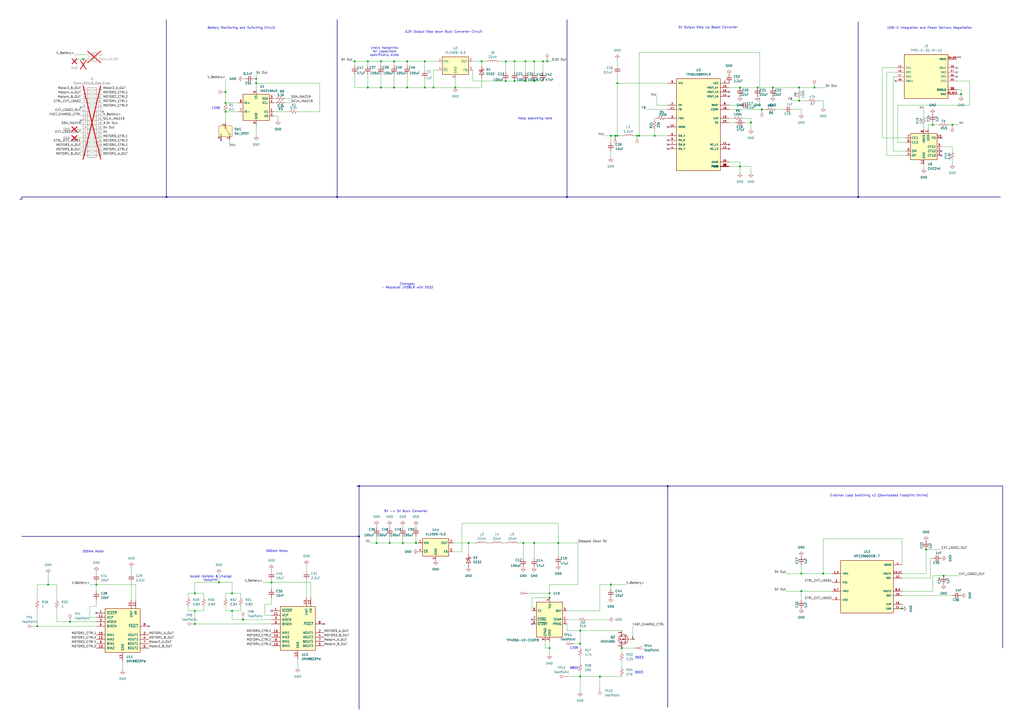
<source format=kicad_sch>
(kicad_sch (version 20250114) (generator "eeschema") (generator_version "9.0")
  (paper "A2")
  (text "1206" (at 332.994 375.92 0) (effects (font (size 1.27 1.27))))
  (text "1206" (at 127.762 62.738 0) (effects (font (size 1.27 1.27)) (justify right)))
  (text "USB-C Integration and Power Delivery Negotiation" (at 539.242 16.256 0) (effects (font (size 1.27 1.27))))
  (text "200mA Motor" (at 54.102 320.04 0) (effects (font (size 1.27 1.27))))
  (text "0603" (at 370.586 390.144 0) (effects (font (size 1.27 1.27))))
  (text "External Load Switching x2 (Downloaded Footprint Online)" (at 510.032 287.528 0) (effects (font (size 1.27 1.27))))
  (text "Keep searching here" (at 310.388 68.834 0) (effects (font (size 1.27 1.27))))
  (text "locate resistor & change\nfootprint\n" (at 122.174 335.534 0) (effects (font (size 1.27 1.27))))
  (text "5V Output Step Up Boost Converter\n\n " (at 410.718 18.034 0) (effects (font (size 1.27 1.27))))
  (text "0805" (at 332.994 387.604 0) (effects (font (size 1.27 1.27))))
  (text "Changes:\n- Replaced 1N5819 with SS32\n" (at 236.22 165.862 0) (effects (font (size 1.27 1.27))))
  (text "0603" (at 370.84 381.508 0) (effects (font (size 1.27 1.27))))
  (text "3.3V Output Step down Buck Converter Circuit\n" (at 257.302 18.542 0) (effects (font (size 1.27 1.27))))
  (text "9V -> 5V Buck Converter" (at 235.458 296.672 0) (effects (font (size 1.27 1.27))))
  (text "Battery Monitoring and Switching Circuit" (at 139.954 16.256 0) (effects (font (size 1.27 1.27))))
  (text "500mA Motor" (at 160.782 319.786 0) (effects (font (size 1.27 1.27))))
  (text "check footprints\nfor capacitors\nspecifically sizes" (at 223.012 29.972 0) (effects (font (size 1.27 1.27))))
  (junction (at 441.96 63.5))
  (junction (at 439.42 50.8))
  (junction (at 354.33 78.74))
  (junction (at 140.97 359.41))
  (junction (at 429.26 50.8))
  (junction (at 464.82 342.9))
  (junction (at 323.85 314.96))
  (junction (at 328.93 114.3))
  (junction (at 96.52 114.3))
  (junction (at 464.82 332.74))
  (junction (at 130.81 59.69))
  (junction (at 208.28 281.94))
  (junction (at 304.8 35.56))
  (junction (at 157.48 337.82))
  (junction (at 541.02 72.39))
  (junction (at 130.81 53.34))
  (junction (at 304.8 46.99))
  (junction (at 264.16 50.8))
  (junction (at 336.55 373.38))
  (junction (at 113.03 354.33))
  (junction (at 387.35 281.94))
  (junction (at 134.62 344.17))
  (junction (at 213.36 35.56))
  (junction (at 429.26 96.52))
  (junction (at 497.84 114.3))
  (junction (at 246.38 50.8))
  (junction (at 134.62 354.33))
  (junction (at 251.46 50.8))
  (junction (at 303.53 314.96))
  (junction (at 369.57 78.74))
  (junction (at 228.6 35.56))
  (junction (at 552.45 72.39))
  (junction (at 309.88 35.56))
  (junction (at 236.22 35.56))
  (junction (at 208.28 311.15))
  (junction (at 477.52 332.74))
  (junction (at 130.81 64.77))
  (junction (at 236.22 50.8))
  (junction (at 205.74 35.56))
  (junction (at 448.31 50.8))
  (junction (at 314.96 35.56))
  (junction (at 226.06 314.96))
  (junction (at 379.73 78.74))
  (junction (at 27.94 339.09))
  (junction (at 347.98 392.43))
  (junction (at 309.88 46.99))
  (junction (at 354.33 339.09))
  (junction (at 113.03 361.95))
  (junction (at 557.53 54.61))
  (junction (at 318.77 375.92))
  (junction (at 220.98 35.56))
  (junction (at 358.14 78.74))
  (junction (at 48.26 34.29))
  (junction (at 21.59 363.22))
  (junction (at 228.6 50.8))
  (junction (at 298.45 35.56))
  (junction (at 298.45 46.99))
  (junction (at 309.88 314.96))
  (junction (at 213.36 50.8))
  (junction (at 279.4 35.56))
  (junction (at 148.59 48.26))
  (junction (at 463.55 50.8))
  (junction (at 293.37 35.56))
  (junction (at 336.55 392.43))
  (junction (at 360.68 375.92))
  (junction (at 195.58 114.3))
  (junction (at 523.24 353.06))
  (junction (at 472.44 50.8))
  (junction (at 463.55 58.42))
  (junction (at 435.61 71.12))
  (junction (at 40.64 360.68))
  (junction (at 336.55 365.76))
  (junction (at 148.59 45.72))
  (junction (at 271.78 314.96))
  (junction (at 55.88 339.09))
  (junction (at 547.37 334.01))
  (junction (at 318.77 346.71))
  (junction (at 220.98 50.8))
  (junction (at 370.84 78.74))
  (junction (at 537.21 318.77))
  (junction (at 356.87 78.74))
  (junction (at 317.5 35.56))
  (junction (at 218.44 314.96))
  (junction (at 246.38 35.56))
  (junction (at 113.03 344.17))
  (junction (at 293.37 46.99))
  (junction (at 241.3 314.96))
  (junction (at 233.68 314.96))
  (junction (at 127 337.82))
  (junction (at 318.77 344.17))
  (junction (at 358.14 48.26))
  (no_connect (at 554.99 41.91))
  (no_connect (at 308.61 361.95))
  (no_connect (at 157.48 354.33))
  (no_connect (at 86.36 363.22))
  (no_connect (at 422.91 53.34))
  (no_connect (at 46.99 69.85))
  (no_connect (at 546.1 90.17))
  (no_connect (at 55.88 355.6))
  (no_connect (at 59.69 64.77))
  (no_connect (at 387.35 86.36))
  (no_connect (at 387.35 83.82))
  (no_connect (at 422.91 55.88))
  (no_connect (at 308.61 359.41))
  (no_connect (at 546.1 80.01))
  (no_connect (at 128.27 81.28))
  (no_connect (at 187.96 361.95))
  (no_connect (at 46.99 62.23))
  (no_connect (at 554.99 44.45))
  (no_connect (at 546.1 87.63))
  (no_connect (at 554.99 39.37))
  (no_connect (at 387.35 73.66))
  (no_connect (at 519.43 46.99))
  (no_connect (at 387.35 81.28))
  (wire (pts (xy 127 332.74) (xy 127 337.82)))
  (wire (pts (xy 440.69 30.48) (xy 440.69 60.96)))
  (wire (pts (xy 336.55 392.43) (xy 336.55 401.32)))
  (wire (pts (xy 318.77 375.92) (xy 318.77 379.73)))
  (wire (pts (xy 109.22 354.33) (xy 109.22 351.79)))
  (wire (pts (xy 44.45 74.93) (xy 46.99 74.93)))
  (wire (pts (xy 246.38 50.8) (xy 251.46 50.8)))
  (wire (pts (xy 358.14 78.74) (xy 360.68 78.74)))
  (wire (pts (xy 463.55 58.42) (xy 468.63 58.42)))
  (wire (pts (xy 148.59 72.39) (xy 148.59 78.74)))
  (wire (pts (xy 251.46 50.8) (xy 264.16 50.8)))
  (wire (pts (xy 21.59 363.22) (xy 55.88 363.22)))
  (wire (pts (xy 233.68 304.8) (xy 233.68 306.07)))
  (bus (pts (xy 208.28 281.94) (xy 387.35 281.94)))
  (wire (pts (xy 27.94 339.09) (xy 33.02 339.09)))
  (wire (pts (xy 464.82 327.66) (xy 464.82 332.74)))
  (wire (pts (xy 519.43 39.37) (xy 511.81 39.37)))
  (wire (pts (xy 309.88 46.99) (xy 314.96 46.99)))
  (wire (pts (xy 477.52 312.42) (xy 477.52 332.74)))
  (wire (pts (xy 328.93 359.41) (xy 335.28 359.41)))
  (wire (pts (xy 370.84 78.74) (xy 379.73 78.74)))
  (wire (pts (xy 157.48 337.82) (xy 180.34 337.82)))
  (wire (pts (xy 518.16 44.45) (xy 519.43 44.45)))
  (wire (pts (xy 358.14 48.26) (xy 387.35 48.26)))
  (bus (pts (xy 328.93 11.43) (xy 328.93 114.3)))
  (wire (pts (xy 185.42 48.26) (xy 148.59 48.26)))
  (wire (pts (xy 153.67 356.87) (xy 157.48 356.87)))
  (wire (pts (xy 422.91 68.58) (xy 425.45 68.58)))
  (wire (pts (xy 552.45 92.71) (xy 552.45 95.25)))
  (wire (pts (xy 140.97 359.41) (xy 157.48 359.41)))
  (wire (pts (xy 55.88 339.09) (xy 78.74 339.09)))
  (wire (pts (xy 298.45 46.99) (xy 304.8 46.99)))
  (bus (pts (xy 207.01 281.94) (xy 208.28 281.94)))
  (wire (pts (xy 381 68.58) (xy 379.73 68.58)))
  (wire (pts (xy 228.6 50.8) (xy 236.22 50.8)))
  (wire (pts (xy 236.22 43.18) (xy 236.22 50.8)))
  (wire (pts (xy 177.8 336.55) (xy 177.8 346.71)))
  (wire (pts (xy 52.07 351.79) (xy 52.07 358.14)))
  (wire (pts (xy 33.02 339.09) (xy 33.02 347.98)))
  (wire (pts (xy 519.43 41.91) (xy 514.35 41.91)))
  (wire (pts (xy 347.98 398.78) (xy 347.98 392.43)))
  (wire (pts (xy 464.82 347.98) (xy 464.82 342.9)))
  (wire (pts (xy 435.61 71.12) (xy 435.61 74.93)))
  (wire (pts (xy 367.03 370.84) (xy 368.3 370.84)))
  (wire (pts (xy 472.44 50.8) (xy 463.55 50.8)))
  (wire (pts (xy 152.4 337.82) (xy 157.48 337.82)))
  (wire (pts (xy 523.24 345.44) (xy 552.45 345.44)))
  (wire (pts (xy 205.74 43.18) (xy 205.74 50.8)))
  (wire (pts (xy 228.6 43.18) (xy 228.6 50.8)))
  (wire (pts (xy 236.22 35.56) (xy 236.22 38.1)))
  (wire (pts (xy 113.03 344.17) (xy 118.11 344.17)))
  (wire (pts (xy 541.02 72.39) (xy 544.83 72.39)))
  (wire (pts (xy 304.8 35.56) (xy 309.88 35.56)))
  (wire (pts (xy 316.23 372.11) (xy 316.23 375.92)))
  (wire (pts (xy 318.77 344.17) (xy 318.77 346.71)))
  (wire (pts (xy 279.4 50.8) (xy 264.16 50.8)))
  (wire (pts (xy 520.7 82.55) (xy 525.78 82.55)))
  (wire (pts (xy 538.48 74.93) (xy 538.48 72.39)))
  (wire (pts (xy 213.36 50.8) (xy 220.98 50.8)))
  (wire (pts (xy 379.73 74.93) (xy 379.73 78.74)))
  (wire (pts (xy 33.02 360.68) (xy 40.64 360.68)))
  (wire (pts (xy 271.78 314.96) (xy 275.59 314.96)))
  (wire (pts (xy 473.71 58.42) (xy 477.52 58.42)))
  (wire (pts (xy 554.99 46.99) (xy 562.61 46.99)))
  (wire (pts (xy 557.53 52.07) (xy 557.53 54.61)))
  (wire (pts (xy 274.32 35.56) (xy 279.4 35.56)))
  (wire (pts (xy 332.74 373.38) (xy 336.55 373.38)))
  (wire (pts (xy 369.57 78.74) (xy 370.84 78.74)))
  (wire (pts (xy 464.82 342.9) (xy 482.6 342.9)))
  (wire (pts (xy 304.8 35.56) (xy 304.8 41.91)))
  (wire (pts (xy 552.45 72.39) (xy 556.26 72.39)))
  (wire (pts (xy 267.97 320.04) (xy 267.97 303.53)))
  (wire (pts (xy 328.93 365.76) (xy 336.55 365.76)))
  (wire (pts (xy 153.67 350.52) (xy 153.67 356.87)))
  (wire (pts (xy 236.22 35.56) (xy 246.38 35.56)))
  (wire (pts (xy 160.02 57.15) (xy 158.75 57.15)))
  (wire (pts (xy 541.02 334.01) (xy 541.02 342.9)))
  (wire (pts (xy 449.58 63.5) (xy 454.66 63.5)))
  (wire (pts (xy 139.7 351.79) (xy 139.7 354.33)))
  (wire (pts (xy 55.88 347.98) (xy 55.88 351.79)))
  (wire (pts (xy 271.78 314.96) (xy 271.78 321.31)))
  (wire (pts (xy 113.03 361.95) (xy 157.48 361.95)))
  (bus (pts (xy 12.7 311.15) (xy 208.28 311.15)))
  (wire (pts (xy 140.97 45.72) (xy 142.24 45.72)))
  (wire (pts (xy 20.32 363.22) (xy 21.59 363.22)))
  (wire (pts (xy 309.88 35.56) (xy 314.96 35.56)))
  (wire (pts (xy 274.32 46.99) (xy 293.37 46.99)))
  (wire (pts (xy 157.48 330.2) (xy 157.48 331.47)))
  (wire (pts (xy 435.61 96.52) (xy 435.61 100.33)))
  (wire (pts (xy 323.85 314.96) (xy 323.85 322.58)))
  (wire (pts (xy 429.26 50.8) (xy 439.42 50.8)))
  (wire (pts (xy 43.18 31.75) (xy 49.53 31.75)))
  (wire (pts (xy 233.68 311.15) (xy 233.68 314.96)))
  (wire (pts (xy 541.02 334.01) (xy 547.37 334.01)))
  (wire (pts (xy 367.03 363.22) (xy 367.03 370.84)))
  (wire (pts (xy 539.75 323.85) (xy 539.75 335.28)))
  (wire (pts (xy 236.22 50.8) (xy 246.38 50.8)))
  (wire (pts (xy 246.38 45.72) (xy 246.38 50.8)))
  (wire (pts (xy 293.37 46.99) (xy 298.45 46.99)))
  (wire (pts (xy 511.81 80.01) (xy 525.78 80.01)))
  (wire (pts (xy 213.36 35.56) (xy 213.36 38.1)))
  (wire (pts (xy 76.2 337.82) (xy 76.2 347.98)))
  (wire (pts (xy 130.81 45.72) (xy 130.81 53.34)))
  (wire (pts (xy 134.62 354.33) (xy 139.7 354.33)))
  (wire (pts (xy 541.02 71.12) (xy 541.02 72.39)))
  (wire (pts (xy 130.81 354.33) (xy 134.62 354.33)))
  (wire (pts (xy 52.07 358.14) (xy 55.88 358.14)))
  (wire (pts (xy 464.82 332.74) (xy 477.52 332.74)))
  (wire (pts (xy 472.44 50.8) (xy 478.79 50.8)))
  (bus (pts (xy 195.58 11.43) (xy 195.58 114.3)))
  (wire (pts (xy 336.55 373.38) (xy 336.55 365.76)))
  (wire (pts (xy 127 337.82) (xy 134.62 337.82)))
  (wire (pts (xy 52.07 339.09) (xy 55.88 339.09)))
  (wire (pts (xy 422.91 71.12) (xy 426.72 71.12)))
  (wire (pts (xy 21.59 347.98) (xy 21.59 339.09)))
  (wire (pts (xy 213.36 43.18) (xy 213.36 50.8)))
  (wire (pts (xy 298.45 35.56) (xy 304.8 35.56)))
  (wire (pts (xy 370.84 78.74) (xy 370.84 30.48)))
  (wire (pts (xy 113.03 361.95) (xy 113.03 354.33)))
  (wire (pts (xy 134.62 337.82) (xy 134.62 344.17)))
  (wire (pts (xy 172.72 382.27) (xy 172.72 387.35)))
  (wire (pts (xy 535.94 63.5) (xy 535.94 67.31)))
  (wire (pts (xy 109.22 344.17) (xy 113.03 344.17)))
  (wire (pts (xy 279.4 45.72) (xy 279.4 50.8)))
  (wire (pts (xy 214.63 314.96) (xy 218.44 314.96)))
  (bus (pts (xy 497.84 12.7) (xy 497.84 114.3)))
  (wire (pts (xy 477.52 58.42) (xy 477.52 62.23)))
  (wire (pts (xy 541.02 342.9) (xy 523.24 342.9)))
  (wire (pts (xy 520.7 60.96) (xy 520.7 82.55)))
  (wire (pts (xy 422.91 93.98) (xy 429.26 93.98)))
  (wire (pts (xy 541.02 72.39) (xy 538.48 72.39)))
  (wire (pts (xy 205.74 35.56) (xy 213.36 35.56)))
  (wire (pts (xy 557.53 54.61) (xy 557.53 55.88)))
  (wire (pts (xy 387.35 68.58) (xy 386.08 68.58)))
  (wire (pts (xy 518.16 87.63) (xy 525.78 87.63)))
  (wire (pts (xy 552.45 85.09) (xy 546.1 85.09)))
  (wire (pts (xy 440.69 60.96) (xy 434.34 60.96)))
  (wire (pts (xy 354.33 341.63) (xy 354.33 339.09)))
  (wire (pts (xy 318.77 339.09) (xy 318.77 344.17)))
  (wire (pts (xy 218.44 314.96) (xy 226.06 314.96)))
  (wire (pts (xy 459.74 58.42) (xy 463.55 58.42)))
  (wire (pts (xy 48.26 34.29) (xy 49.53 34.29)))
  (wire (pts (xy 220.98 50.8) (xy 228.6 50.8)))
  (wire (pts (xy 374.65 63.5) (xy 387.35 63.5)))
  (wire (pts (xy 220.98 43.18) (xy 220.98 50.8)))
  (wire (pts (xy 514.35 90.17) (xy 525.78 90.17)))
  (wire (pts (xy 429.26 93.98) (xy 429.26 96.52)))
  (wire (pts (xy 262.89 314.96) (xy 271.78 314.96)))
  (wire (pts (xy 368.3 375.92) (xy 360.68 375.92)))
  (wire (pts (xy 328.93 392.43) (xy 336.55 392.43)))
  (wire (pts (xy 168.91 57.15) (xy 165.1 57.15)))
  (wire (pts (xy 109.22 354.33) (xy 113.03 354.33)))
  (wire (pts (xy 241.3 314.96) (xy 242.57 314.96)))
  (wire (pts (xy 55.88 351.79) (xy 52.07 351.79)))
  (wire (pts (xy 354.33 78.74) (xy 354.33 82.55)))
  (wire (pts (xy 157.48 350.52) (xy 153.67 350.52)))
  (wire (pts (xy 134.62 344.17) (xy 139.7 344.17)))
  (wire (pts (xy 347.98 392.43) (xy 360.68 392.43)))
  (wire (pts (xy 180.34 346.71) (xy 180.34 337.82)))
  (wire (pts (xy 511.81 39.37) (xy 511.81 80.01)))
  (wire (pts (xy 304.8 46.99) (xy 309.88 46.99)))
  (wire (pts (xy 43.18 34.29) (xy 48.26 34.29)))
  (wire (pts (xy 335.28 314.96) (xy 335.28 339.09)))
  (wire (pts (xy 279.4 35.56) (xy 281.94 35.56)))
  (wire (pts (xy 336.55 384.81) (xy 336.55 381)))
  (wire (pts (xy 435.61 68.58) (xy 435.61 71.12)))
  (wire (pts (xy 316.23 375.92) (xy 318.77 375.92)))
  (wire (pts (xy 381 55.88) (xy 381 60.96)))
  (wire (pts (xy 336.55 365.76) (xy 360.68 365.76)))
  (wire (pts (xy 464.82 63.5) (xy 464.82 66.04)))
  (wire (pts (xy 354.33 339.09) (xy 363.22 339.09)))
  (wire (pts (xy 335.28 314.96) (xy 323.85 314.96)))
  (wire (pts (xy 336.55 392.43) (xy 336.55 389.89)))
  (wire (pts (xy 455.93 342.9) (xy 464.82 342.9)))
  (wire (pts (xy 33.02 353.06) (xy 33.02 360.68)))
  (wire (pts (xy 213.36 35.56) (xy 220.98 35.56)))
  (wire (pts (xy 328.93 361.95) (xy 328.93 365.76)))
  (wire (pts (xy 148.59 43.18) (xy 148.59 45.72)))
  (wire (pts (xy 306.07 344.17) (xy 318.77 344.17)))
  (bus (pts (xy 195.58 114.3) (xy 96.52 114.3)))
  (wire (pts (xy 546.1 318.77) (xy 537.21 318.77)))
  (wire (pts (xy 44.45 80.01) (xy 46.99 80.01)))
  (wire (pts (xy 549.91 72.39) (xy 552.45 72.39)))
  (bus (pts (xy 328.93 114.3) (xy 195.58 114.3)))
  (wire (pts (xy 303.53 314.96) (xy 309.88 314.96)))
  (bus (pts (xy 580.39 114.3) (xy 497.84 114.3)))
  (wire (pts (xy 134.62 354.33) (xy 134.62 359.41)))
  (wire (pts (xy 358.14 34.29) (xy 358.14 38.1)))
  (wire (pts (xy 274.32 46.99) (xy 274.32 40.64)))
  (wire (pts (xy 226.06 304.8) (xy 226.06 306.07)))
  (wire (pts (xy 71.12 383.54) (xy 71.12 388.62)))
  (wire (pts (xy 514.35 41.91) (xy 514.35 90.17)))
  (wire (pts (xy 262.89 320.04) (xy 267.97 320.04)))
  (wire (pts (xy 523.24 312.42) (xy 477.52 312.42)))
  (wire (pts (xy 439.42 50.8) (xy 448.31 50.8)))
  (wire (pts (xy 518.16 44.45) (xy 518.16 87.63)))
  (wire (pts (xy 185.42 64.77) (xy 185.42 48.26)))
  (wire (pts (xy 113.03 354.33) (xy 118.11 354.33)))
  (wire (pts (xy 226.06 311.15) (xy 226.06 314.96)))
  (wire (pts (xy 55.88 337.82) (xy 55.88 339.09)))
  (wire (pts (xy 463.55 57.15) (xy 463.55 58.42)))
  (wire (pts (xy 168.91 59.69) (xy 165.1 59.69)))
  (wire (pts (xy 218.44 311.15) (xy 218.44 314.96)))
  (wire (pts (xy 523.24 327.66) (xy 523.24 312.42)))
  (bus (pts (xy 581.66 281.94) (xy 581.66 375.92)))
  (wire (pts (xy 360.68 375.92) (xy 360.68 378.46)))
  (wire (pts (xy 318.77 372.11) (xy 318.77 375.92)))
  (wire (pts (xy 21.59 353.06) (xy 21.59 363.22)))
  (wire (pts (xy 226.06 314.96) (xy 233.68 314.96)))
  (wire (pts (xy 429.26 96.52) (xy 435.61 96.52)))
  (wire (pts (xy 422.91 50.8) (xy 429.26 50.8)))
  (wire (pts (xy 160.02 59.69) (xy 158.75 59.69)))
  (wire (pts (xy 448.31 50.8) (xy 463.55 50.8)))
  (wire (pts (xy 308.61 346.71) (xy 318.77 346.71)))
  (wire (pts (xy 40.64 360.68) (xy 55.88 360.68)))
  (wire (pts (xy 347.98 339.09) (xy 347.98 354.33)))
  (wire (pts (xy 370.84 30.48) (xy 440.69 30.48)))
  (wire (pts (xy 161.29 67.31) (xy 161.29 69.85)))
  (wire (pts (xy 441.96 63.5) (xy 444.5 63.5)))
  (wire (pts (xy 241.3 304.8) (xy 241.3 306.07)))
  (wire (pts (xy 347.98 339.09) (xy 354.33 339.09)))
  (wire (pts (xy 314.96 35.56) (xy 317.5 35.56)))
  (wire (pts (xy 279.4 35.56) (xy 279.4 38.1)))
  (wire (pts (xy 21.59 339.09) (xy 27.94 339.09)))
  (wire (pts (xy 55.88 339.09) (xy 55.88 342.9)))
  (bus (pts (xy 497.84 114.3) (xy 328.93 114.3)))
  (wire (pts (xy 130.81 64.77) (xy 130.81 71.12)))
  (wire (pts (xy 354.33 87.63) (xy 354.33 91.44)))
  (wire (pts (xy 539.75 323.85) (xy 541.02 323.85)))
  (wire (pts (xy 523.24 350.52) (xy 523.24 353.06)))
  (wire (pts (xy 246.38 35.56) (xy 254 35.56)))
  (wire (pts (xy 535.94 72.39) (xy 535.94 74.93)))
  (wire (pts (xy 233.68 314.96) (xy 241.3 314.96)))
  (wire (pts (xy 430.53 68.58) (xy 435.61 68.58)))
  (wire (pts (xy 335.28 339.09) (xy 318.77 339.09)))
  (wire (pts (xy 477.52 332.74) (xy 482.6 332.74)))
  (wire (pts (xy 562.61 60.96) (xy 520.7 60.96)))
  (wire (pts (xy 109.22 344.17) (xy 109.22 346.71)))
  (wire (pts (xy 431.8 71.12) (xy 435.61 71.12)))
  (wire (pts (xy 130.81 64.77) (xy 138.43 64.77)))
  (wire (pts (xy 246.38 35.56) (xy 246.38 40.64)))
  (wire (pts (xy 264.16 45.72) (xy 264.16 50.8)))
  (wire (pts (xy 429.26 60.96) (xy 422.91 60.96)))
  (wire (pts (xy 113.03 337.82) (xy 127 337.82)))
  (wire (pts (xy 241.3 311.15) (xy 241.3 314.96)))
  (wire (pts (xy 358.14 43.18) (xy 358.14 48.26)))
  (wire (pts (xy 289.56 35.56) (xy 293.37 35.56)))
  (wire (pts (xy 309.88 314.96) (xy 309.88 323.85)))
  (wire (pts (xy 251.46 40.64) (xy 251.46 50.8)))
  (wire (pts (xy 130.81 351.79) (xy 130.81 354.33)))
  (wire (pts (xy 293.37 35.56) (xy 293.37 41.91)))
  (bus (pts (xy 96.52 11.43) (xy 96.52 114.3)))
  (wire (pts (xy 360.68 383.54) (xy 360.68 387.35)))
  (bus (pts (xy 96.52 114.3) (xy 12.7 114.3)))
  (wire (pts (xy 358.14 48.26) (xy 358.14 78.74)))
  (wire (pts (xy 356.87 78.74) (xy 358.14 78.74)))
  (wire (pts (xy 228.6 35.56) (xy 228.6 38.1)))
  (wire (pts (xy 314.96 35.56) (xy 314.96 41.91)))
  (wire (pts (xy 554.99 52.07) (xy 557.53 52.07)))
  (wire (pts (xy 172.72 64.77) (xy 185.42 64.77)))
  (wire (pts (xy 205.74 50.8) (xy 213.36 50.8)))
  (wire (pts (xy 463.55 50.8) (xy 463.55 52.07)))
  (wire (pts (xy 368.3 78.74) (xy 369.57 78.74)))
  (wire (pts (xy 379.73 78.74) (xy 387.35 78.74)))
  (wire (pts (xy 220.98 35.56) (xy 220.98 38.1)))
  (bus (pts (xy 387.35 281.94) (xy 387.35 410.21)))
  (wire (pts (xy 562.61 46.99) (xy 562.61 60.96)))
  (wire (pts (xy 205.74 35.56) (xy 205.74 38.1)))
  (wire (pts (xy 267.97 303.53) (xy 323.85 303.53)))
  (wire (pts (xy 27.94 332.74) (xy 27.94 339.09)))
  (wire (pts (xy 148.59 48.26) (xy 148.59 52.07)))
  (wire (pts (xy 118.11 354.33) (xy 118.11 351.79)))
  (wire (pts (xy 157.48 336.55) (xy 157.48 337.82)))
  (wire (pts (xy 537.21 332.74) (xy 523.24 332.74)))
  (wire (pts (xy 429.26 96.52) (xy 422.91 96.52)))
  (wire (pts (xy 300.99 314.96) (xy 303.53 314.96)))
  (bus (pts (xy 208.28 281.94) (xy 208.28 311.15)))
  (wire (pts (xy 130.81 59.69) (xy 138.43 59.69)))
  (wire (pts (xy 552.45 87.63) (xy 552.45 85.09)))
  (wire (pts (xy 148.59 45.72) (xy 148.59 48.26)))
  (wire (pts (xy 158.75 67.31) (xy 161.29 67.31)))
  (bus (pts (xy 12.7 114.3) (xy 12.7 115.57)))
  (wire (pts (xy 387.35 60.96) (xy 381 60.96)))
  (bus (pts (xy 208.28 311.15) (xy 208.28 411.48)))
  (wire (pts (xy 78.74 347.98) (xy 78.74 339.09)))
  (wire (pts (xy 347.98 354.33) (xy 328.93 354.33)))
  (bus (pts (xy 387.35 281.94) (xy 581.66 281.94)))
  (wire (pts (xy 118.11 344.17) (xy 118.11 346.71)))
  (wire (pts (xy 379.73 68.58) (xy 379.73 69.85)))
  (wire (pts (xy 340.36 359.41) (xy 353.06 359.41)))
  (wire (pts (xy 113.03 337.82) (xy 113.03 344.17)))
  (wire (pts (xy 547.37 334.01) (xy 556.26 334.01)))
  (wire (pts (xy 336.55 375.92) (xy 336.55 373.38)))
  (wire (pts (xy 139.7 344.17) (xy 139.7 346.71)))
  (wire (pts (xy 309.88 314.96) (xy 323.85 314.96)))
  (wire (pts (xy 455.93 332.74) (xy 464.82 332.74)))
  (wire (pts (xy 130.81 344.17) (xy 134.62 344.17)))
  (wire (pts (xy 220.98 35.56) (xy 228.6 35.56)))
  (wire (pts (xy 177.8 327.66) (xy 177.8 331.47)))
  (wire (pts (xy 323.85 303.53) (xy 323.85 314.96)))
  (wire (pts (xy 537.21 318.77) (xy 537.21 332.74)))
  (wire (pts (xy 293.37 35.56) (xy 298.45 35.56)))
  (wire (pts (xy 134.62 359.41) (xy 140.97 359.41)))
  (wire (pts (xy 133.35 81.28) (xy 133.35 85.09)))
  (wire (pts (xy 309.88 35.56) (xy 309.88 41.91)))
  (wire (pts (xy 422.91 63.5) (xy 441.96 63.5)))
  (bus (pts (xy 11.43 115.57) (xy 12.7 115.57)))
  (wire (pts (xy 218.44 304.8) (xy 218.44 306.07)))
  (wire (pts (xy 283.21 314.96) (xy 284.48 314.96)))
  (wire (pts (xy 204.47 35.56) (xy 205.74 35.56)))
  (wire (pts (xy 147.32 45.72) (xy 148.59 45.72)))
  (wire (pts (xy 350.52 78.74) (xy 354.33 78.74)))
  (wire (pts (xy 539.75 335.28) (xy 523.24 335.28)))
  (wire (pts (xy 459.74 63.5) (xy 464.82 63.5)))
  (wire (pts (xy 157.48 337.82) (xy 157.48 341.63)))
  (wire (pts (xy 55.88 331.47) (xy 55.88 332.74)))
  (wire (pts (xy 130.81 59.69) (xy 130.81 53.34)))
  (wire (pts (xy 336.55 392.43) (xy 347.98 392.43)))
  (wire (pts (xy 356.87 78.74) (xy 354.33 78.74)))
  (wire (pts (xy 254 40.64) (xy 251.46 40.64)))
  (wire (pts (xy 130.81 346.71) (xy 130.81 344.17)))
  (wire (pts (xy 303.53 314.96) (xy 303.53 323.85)))
  (wire (pts (xy 228.6 35.56) (xy 236.22 35.56)))
  (wire (pts (xy 292.1 314.96) (xy 293.37 314.96)))
  (wire (pts (xy 554.99 54.61) (xy 557.53 54.61)))
  (wire (pts (xy 535.94 95.25) (xy 535.94 97.79)))
  (wire (pts (xy 158.75 64.77) (xy 167.64 64.77)))
  (wire (pts (xy 429.26 96.52) (xy 429.26 100.33)))
  (wire (pts (xy 317.5 35.56) (xy 320.04 35.56)))
  (wire (pts (xy 298.45 35.56) (xy 298.45 41.91)))
  (wire (pts (xy 308.61 354.33) (xy 308.61 346.71)))
  (wire (pts (xy 157.48 346.71) (xy 157.48 350.52)))
  (wire (pts (xy 76.2 328.93) (xy 76.2 332.74)))
  (label "5V Out" (at 59.69 74.93 0))
  (label "V_Battery+" (at 43.18 31.75 180))
  (label "MOTOR3_CTRL1" (at 157.48 367.03 180))
  (label "MOTOR3_B_OUT" (at 187.96 369.57 0))
  (label "Stepped Down 5V" (at 335.28 314.96 0))
  (label "SCLK_INA219" (at 168.91 59.69 0))
  (label "MOTOR3_CTRL2" (at 59.69 82.55 0))
  (label "MOTOR4_CTRL1" (at 157.48 372.11 180))
  (label "EXT_LOAD1_OUT" (at 546.1 318.77 0))
  (label "Motor4_A_OUT" (at 187.96 372.11 0))
  (label "MOTOR1_A_OUT" (at 59.69 90.17 0))
  (label "5V Out" (at 455.93 332.74 180))
  (label "Motor4_A_OUT" (at 46.99 54.61 180))
  (label "Motor4_B_OUT" (at 46.99 57.15 180))
  (label "HV" (at 535.94 63.5 180))
  (label "5V Out" (at 455.93 342.9 180))
  (label "CTRL_EXT_LOAD2" (at 482.6 347.98 180))
  (label "CTRL_EXT_LOAD1" (at 46.99 82.55 180))
  (label "EXT_LOAD2_OUT" (at 46.99 64.77 180))
  (label "MOTOR3_B_OUT" (at 46.99 87.63 180))
  (label "HV" (at 214.63 314.96 180))
  (label "V_Battery+" (at 152.4 337.82 180))
  (label "FAST_CHARGE_CTRL" (at 367.03 363.22 0))
  (label "Vcc" (at 381 55.88 180))
  (label "FB" (at 459.74 58.42 180))
  (label "HV" (at 59.69 77.47 0))
  (label "FB" (at 374.65 63.5 180))
  (label "CTRL_EXT_LOAD1" (at 482.6 337.82 180))
  (label "Motor2_A_OUT" (at 86.36 373.38 0))
  (label "MOTOR1_B_OUT" (at 86.36 370.84 0))
  (label "MOTOR3_A_OUT" (at 46.99 85.09 180))
  (label "Vcc" (at 350.52 78.74 180))
  (label "MOTOR3_CTRL2" (at 157.48 369.57 180))
  (label "MOTOR2_CTRL1" (at 55.88 373.38 180))
  (label "MOTOR2_CTRL1" (at 59.69 54.61 0))
  (label "SDA_INA219" (at 46.99 72.39 180))
  (label "MOTOR1_CTRL1" (at 59.69 85.09 0))
  (label "5V Out" (at 478.79 50.8 0))
  (label "SCLK_INA219" (at 59.69 69.85 0))
  (label "V_Battery+" (at 59.69 67.31 0))
  (label "MOTOR4_CTRL1" (at 59.69 59.69 0))
  (label "3.3V Out" (at 59.69 72.39 0))
  (label "EXT_LOAD1_OUT" (at 46.99 77.47 180))
  (label "5V Out" (at 204.47 35.56 180))
  (label "MOTOR4_CTRL2" (at 157.48 374.65 180))
  (label "5V Out" (at 148.59 43.18 0))
  (label "MOTOR3_A_OUT" (at 187.96 367.03 0))
  (label "EXT_LOAD2_OUT" (at 556.26 334.01 0))
  (label "MOTOR1_B_OUT" (at 46.99 90.17 180))
  (label "MOTOR1_CTRL2" (at 59.69 87.63 0))
  (label "CTRL_EXT_LOAD2" (at 46.99 59.69 180))
  (label "MOTOR1_CTRL2" (at 55.88 370.84 180))
  (label "MOTOR3_CTRL1" (at 59.69 80.01 0))
  (label "FAST_CHARGE_CTRL" (at 46.99 67.31 180))
  (label "Motor2_B_OUT" (at 46.99 52.07 180))
  (label "MOTOR1_A_OUT" (at 86.36 368.3 0))
  (label "3.3V Out" (at 320.04 35.56 0))
  (label "SDA_INA219" (at 168.91 57.15 0))
  (label "MOTOR1_CTRL1" (at 55.88 368.3 180))
  (label "HV" (at 556.26 72.39 0))
  (label "V_Battery+" (at 52.07 339.09 180))
  (label "MOTOR4_CTRL2" (at 59.69 62.23 0))
  (label "MOTOR2_CTRL2" (at 55.88 375.92 180))
  (label "Vcc" (at 133.35 85.09 0))
  (label "Motor4_B_OUT" (at 187.96 374.65 0))
  (label "MOTOR2_CTRL2" (at 59.69 57.15 0))
  (label "HV" (at 554.99 34.29 0))
  (label "Motor2_B_OUT" (at 86.36 375.92 0))
  (label "Motor2_A_OUT" (at 59.69 52.07 0))
  (label "V_Battery+" (at 130.81 45.72 180))
  (label "V_Battery+" (at 363.22 339.09 0))
  (symbol (lib_id "Connector:TestPoint") (at 552.45 72.39 180) (unit 1) (on_board no)
    (property "Reference" "TP23" (effects (hide yes)))
    (property "Value" "TestPoint" (effects (hide yes)))
    (property "Footprint" "TestPoint:TestPoint_Pad_D2.0mm" (effects (hide yes)))
    (property "Description" "test point" (effects (hide yes)))
  )
  (symbol (lib_name "GND_15") (lib_id "power:GND") (at 477.52 62.23 0) (unit 1)
    (property "Reference" "#PWR011" (effects (hide yes)))
    (property "Value" "GND" (at 477.52 67.31 0))
    (property "Description" "Power symbol creates a global label with name \"GND\" , ground" (effects (hide yes)))
  )
  (symbol (lib_id "Device:C_Small") (at 554.99 345.44 90) (mirror x) (unit 1) (on_board no)
    (property "Reference" "C36" (at 556.514 347.98 90) (effects (justify left)))
    (property "Value" "1nF" (at 557.784 342.392 90) (effects (justify left)))
    (property "Footprint" "Capacitor_SMD:C_0603_1608Metric" (effects (hide yes)))
    (property "Description" "Unpolarized capacitor, small symbol" (effects (hide yes)))
    (property "LCSC" "C1588" (effects (hide yes)))
  )
  (symbol (lib_id "Device:R_Small_US") (at 162.56 57.15 90) (unit 1)
    (property "Reference" "R9" (at 163.576 53.086 90))
    (property "Value" "3.3k" (at 162.814 55.118 90))
    (property "Footprint" "Resistor_SMD:R_0402_1005Metric_Pad0.72x0.64mm_HandSolder" (effects (hide yes)))
    (property "Description" "Resistor, small US symbol" (effects (hide yes)))
    (property "LCSC" "C25890" (effects (hide yes)))
  )
  (symbol (lib_id "Connector:TestPoint") (at 369.57 78.74 180) (unit 1)
    (property "Reference" "TP22" (effects (hide yes)))
    (property "Value" "TestPoint" (effects (hide yes)))
    (property "Footprint" "TestPoint:TestPoint_Pad_D2.0mm" (effects (hide yes)))
    (property "Description" "test point" (effects (hide yes)))
  )
  (symbol (lib_id "Device:C_Small") (at 431.8 60.96 90) (mirror x) (unit 1)
    (property "Reference" "C17" (at 436.88 59.944 90) (effects (justify left)))
    (property "Value" "0.1uF" (at 438.15 62.23 90) (effects (justify left)))
    (property "Footprint" "Capacitor_SMD:C_0402_1005Metric_Pad0.74x0.62mm_HandSolder" (effects (hide yes)))
    (property "Description" "Unpolarized capacitor, small symbol" (effects (hide yes)))
    (property "LCSC" "C1525" (effects (hide yes)))
  )
  (symbol (lib_id "Device:R_Small_US") (at 336.55 387.35 0) (unit 1) (on_board no)
    (property "Reference" "R28" (at 339.09 386.0799 0) (effects (justify left)))
    (property "Value" "330" (at 339.09 388.6199 0) (effects (justify left)))
    (property "Footprint" "Resistor_SMD:R_0805_2012Metric_Pad1.20x1.40mm_HandSolder" (effects (hide yes)))
    (property "Description" "Resistor, small US symbol" (effects (hide yes)))
    (property "LCSC" "C17630" (effects (hide yes)))
  )
  (symbol (lib_id "Device:R_Small_US") (at 383.54 68.58 270) (unit 1)
    (property "Reference" "R4" (at 384.048 65.024 90))
    (property "Value" "220k" (at 384.556 66.548 90))
    (property "Footprint" "Resistor_SMD:R_0805_2012Metric_Pad1.20x1.40mm_HandSolder" (effects (hide yes)))
    (property "LCSC" "C17556" (effects (hide yes)))
  )
  (symbol (lib_id "Connector:TestPoint") (at 317.5 35.56 0) (unit 1)
    (property "Reference" "TP16" (effects (hide yes)))
    (property "Value" "TestPoint" (effects (hide yes)))
    (property "Footprint" "TestPoint:TestPoint_Pad_D2.0mm" (effects (hide yes)))
    (property "Description" "test point" (effects (hide yes)))
  )
  (symbol (lib_name "GND_11") (lib_id "power:GND") (at 464.82 322.58 180) (unit 1) (on_board no)
    (property "Reference" "#PWR055" (effects (hide yes)))
    (property "Value" "GND" (at 464.82 317.5 0))
    (property "Description" "Power symbol creates a global label with name \"GND\" , ground" (effects (hide yes)))
  )
  (symbol (lib_id "Device:R_Small_US") (at 360.68 389.89 0) (unit 1) (on_board no)
    (property "Reference" "R34" (at 363.22 388.6199 0) (effects (justify left)))
    (property "Value" "270" (at 363.22 391.1599 0) (effects (justify left)))
    (property "Footprint" "Resistor_SMD:R_0603_1608Metric_Pad0.98x0.95mm_HandSolder" (effects (hide yes)))
    (property "Description" "Resistor, small US symbol" (effects (hide yes)))
    (property "LCSC" "C22966" (effects (hide yes)))
  )
  (symbol (lib_id "Device:C_Small") (at 220.98 40.64 0) (mirror y) (unit 1)
    (property "Reference" "C38" (at 221.742 39.116 0) (effects (justify right)))
    (property "Value" "100uF" (at 222.25 42.418 0) (effects (justify right)))
    (property "Footprint" "Capacitor_Tantalum_SMD:CP_EIA-3528-21_Kemet-B" (effects (hide yes)))
    (property "Description" "Unpolarized capacitor, small symbol" (effects (hide yes)))
    (property "LCSC" "C7196 " (effects (hide yes)))
  )
  (symbol (lib_id "Device:C_Small") (at 323.85 325.12 0) (unit 1) (on_board no)
    (property "Reference" "C15" (at 325.12 323.85 0) (effects (justify left)))
    (property "Value" "47uF" (at 325.12 326.898 0) (effects (justify left)))
    (property "Footprint" "Capacitor_SMD:C_1206_3216Metric_Pad1.33x1.80mm_HandSolder" (effects (hide yes)))
    (property "Description" "Unpolarized capacitor, small symbol" (effects (hide yes)))
    (property "LCSC" "C7190" (effects (hide yes)))
  )
  (symbol (lib_name "GND_20") (lib_id "power:GND") (at 535.94 97.79 0) (unit 1) (on_board no)
    (property "Reference" "#PWR016" (effects (hide yes)))
    (property "Value" "GND" (at 535.94 102.87 0))
    (property "Description" "Power symbol creates a global label with name \"GND\" , ground" (effects (hide yes)))
  )
  (symbol (lib_id "Device:C_Small") (at 429.26 53.34 0) (mirror y) (unit 1)
    (property "Reference" "C20" (at 434.34 52.324 0) (effects (justify left)))
    (property "Value" "22uF" (at 434.34 54.864 0) (effects (justify left)))
    (property "Footprint" "Capacitor_SMD:C_1206_3216Metric_Pad1.33x1.80mm_HandSolder" (effects (hide yes)))
    (property "Description" "Unpolarized capacitor, small symbol" (effects (hide yes)))
    (property "LCSC" "C12891" (effects (hide yes)))
  )
  (symbol (lib_id "Device:C_Small") (at 448.31 53.34 0) (mirror y) (unit 1)
    (property "Reference" "C22" (at 453.39 52.324 0) (effects (justify left)))
    (property "Value" "22uF" (at 453.39 54.864 0) (effects (justify left)))
    (property "Footprint" "Capacitor_SMD:C_1206_3216Metric_Pad1.33x1.80mm_HandSolder" (effects (hide yes)))
    (property "Description" "Unpolarized capacitor, small symbol" (effects (hide yes)))
    (property "LCSC" "C12891" (effects (hide yes)))
  )
  (symbol (lib_name "GND_9") (lib_id "power:GND") (at 323.85 327.66 0) (unit 1) (on_board no)
    (property "Reference" "#PWR071" (effects (hide yes)))
    (property "Value" "GND" (at 323.85 332.74 0))
    (property "Description" "Power symbol creates a global label with name \"GND\" , ground" (effects (hide yes)))
  )
  (symbol (lib_name "GND_12") (lib_id "power:GND") (at 71.12 388.62 0) (unit 1) (on_board no)
    (property "Reference" "#PWR050" (effects (hide yes)))
    (property "Value" "GND" (at 71.12 393.7 0))
    (property "Description" "Power symbol creates a global label with name \"GND\" , ground" (effects (hide yes)))
  )
  (symbol (lib_id "Device:C_Small") (at 76.2 335.28 0) (unit 1) (on_board no)
    (property "Reference" "C29" (at 78.74 334.0162 0) (effects (justify left)))
    (property "Value" "2.2uF" (at 78.74 336.5562 0) (effects (justify left)))
    (property "Footprint" "Capacitor_SMD:C_0603_1608Metric_Pad1.08x0.95mm_HandSolder" (effects (hide yes)))
    (property "Description" "Unpolarized capacitor, small symbol" (effects (hide yes)))
    (property "LCSC" "C23630" (effects (hide yes)))
  )
  (symbol (lib_id "Device:R_Small_US") (at 471.17 58.42 270) (unit 1)
    (property "Reference" "R7" (at 471.424 60.452 90))
    (property "Value" "47k" (at 471.17 56.134 90))
    (property "Footprint" "Resistor_SMD:R_0805_2012Metric_Pad1.20x1.40mm_HandSolder" (effects (hide yes)))
    (property "LCSC" "C17713" (effects (hide yes)))
  )
  (symbol (lib_name "GND_16") (lib_id "power:GND") (at 429.26 55.88 0) (unit 1)
    (property "Reference" "#PWR012" (effects (hide yes)))
    (property "Value" "GND" (at 429.26 60.96 0))
    (property "Description" "Power symbol creates a global label with name \"GND\" , ground" (effects (hide yes)))
  )
  (symbol (lib_id "Connector:TestPoint") (at 20.32 363.22 90) (unit 1) (on_board no)
    (property "Reference" "TP2" (at 17.018 358.14 90))
    (property "Value" "TestPoint" (at 17.018 360.68 90))
    (property "Footprint" "TestPoint:TestPoint_Pad_D2.0mm" (effects (hide yes)))
    (property "Description" "test point" (effects (hide yes)))
  )
  (symbol (lib_id "Device:C_Small") (at 354.33 344.17 0) (unit 1) (on_board no)
    (property "Reference" "C44" (at 356.87 342.9062 0) (effects (justify left)))
    (property "Value" "10uF" (at 356.87 345.4462 0) (effects (justify left)))
    (property "Footprint" "Capacitor_SMD:C_0805_2012Metric_Pad1.18x1.45mm_HandSolder" (effects (hide yes)))
    (property "Description" "Unpolarized capacitor, small symbol" (effects (hide yes)))
    (property "LCSC" "C15850" (effects (hide yes)))
  )
  (symbol (lib_id "Device:R_Small_US") (at 535.94 69.85 180) (unit 1) (on_board no)
    (property "Reference" "R18" (at 532.13 70.104 90))
    (property "Value" "10k" (at 534.162 70.104 90))
    (property "Footprint" "Resistor_SMD:R_0603_1608Metric_Pad0.98x0.95mm_HandSolder" (effects (hide yes)))
    (property "LCSC" "C17414" (effects (hide yes)))
  )
  (symbol (lib_id "Device:C_Small") (at 226.06 308.61 0) (unit 1) (on_board no)
    (property "Reference" "C48" (at 225.298 307.086 0) (effects (justify right)))
    (property "Value" "100uF" (at 224.79 310.388 0) (effects (justify right)))
    (property "Footprint" "Capacitor_Tantalum_SMD:CP_EIA-3528-21_Kemet-B" (effects (hide yes)))
    (property "Description" "Unpolarized capacitor, small symbol" (effects (hide yes)))
    (property "LCSC" "C7196 " (effects (hide yes)))
  )
  (symbol (lib_id "Device:R_Small_US") (at 379.73 72.39 180) (unit 1)
    (property "Reference" "R21" (at 377.698 72.644 90))
    (property "Value" "33k" (at 382.016 72.39 90))
    (property "Footprint" "Resistor_SMD:R_1206_3216Metric_Pad1.30x1.75mm_HandSolder" (effects (hide yes)))
    (property "LCSC" "C4216" (effects (hide yes)))
  )
  (symbol (lib_id "Device:R_Small_US") (at 33.02 350.52 180) (unit 1) (on_board no)
    (property "Reference" "R35" (at 35.56 349.2499 0) (effects (justify right)))
    (property "Value" "1" (at 35.56 351.7899 0) (effects (justify right)))
    (property "Footprint" "Resistor_SMD:R_1206_3216Metric_Pad1.30x1.75mm_HandSolder" (effects (hide yes)))
    (property "Description" "Resistor, small US symbol" (effects (hide yes)))
    (property "LCSC" "C17928" (effects (hide yes)))
  )
  (symbol (lib_name "GND_9") (lib_id "power:GND") (at 218.44 304.8 180) (unit 1) (on_board no)
    (property "Reference" "#PWR063" (effects (hide yes)))
    (property "Value" "GND" (at 218.44 299.72 0))
    (property "Description" "Power symbol creates a global label with name \"GND\" , ground" (effects (hide yes)))
  )
  (symbol (lib_id "Device:C_Small") (at 547.37 336.55 0) (mirror x) (unit 1) (on_board no)
    (property "Reference" "C34" (at 544.83 334.772 90) (effects (justify left)))
    (property "Value" "1uF" (at 549.91 335.026 90) (effects (justify left)))
    (property "Footprint" "Capacitor_SMD:C_0402_1005Metric_Pad0.74x0.62mm_HandSolder" (effects (hide yes)))
    (property "Description" "Unpolarized capacitor, small symbol" (effects (hide yes)))
    (property "LCSC" "C52923" (effects (hide yes)))
  )
  (symbol (lib_name "GND_11") (lib_id "power:GND") (at 523.24 353.06 90) (unit 1) (on_board no)
    (property "Reference" "#PWR061" (effects (hide yes)))
    (property "Value" "GND" (at 528.32 353.06 0))
    (property "Description" "Power symbol creates a global label with name \"GND\" , ground" (effects (hide yes)))
  )
  (symbol (lib_id "Device:R_Small_US") (at 139.7 349.25 180) (unit 1) (on_board no)
    (property "Reference" "R31" (at 142.24 347.9799 0) (effects (justify right)))
    (property "Value" "0.82" (at 142.24 350.5199 0) (effects (justify right)))
    (property "Footprint" "Resistor_SMD:R_0603_1608Metric_Pad0.98x0.95mm_HandSolder" (effects (hide yes)))
    (property "Description" "Resistor, small US symbol" (effects (hide yes)))
    (property "LCSC" "C3013351" (effects (hide yes)))
  )
  (symbol (lib_id "Device:R_Small_US") (at 463.55 54.61 180) (unit 1)
    (property "Reference" "R8" (at 461.518 54.864 90))
    (property "Value" "150k" (at 465.836 54.61 90))
    (property "Footprint" "Resistor_SMD:R_0805_2012Metric_Pad1.20x1.40mm_HandSolder" (effects (hide yes)))
    (property "LCSC" "C17470" (effects (hide yes)))
  )
  (symbol (lib_name "GND_14") (lib_id "power:GND") (at 464.82 66.04 0) (unit 1)
    (property "Reference" "#PWR010" (effects (hide yes)))
    (property "Value" "GND" (at 464.82 71.12 0))
    (property "Description" "Power symbol creates a global label with name \"GND\" , ground" (effects (hide yes)))
  )
  (symbol (lib_name "GND_12") (lib_id "power:GND") (at 55.88 331.47 180) (unit 1) (on_board no)
    (property "Reference" "#PWR049" (effects (hide yes)))
    (property "Value" "GND" (at 55.88 326.39 0))
    (property "Description" "Power symbol creates a global label with name \"GND\" , ground" (effects (hide yes)))
  )
  (symbol (lib_id "Device:C_Small") (at 354.33 85.09 0) (unit 1)
    (property "Reference" "C39" (at 356.87 83.8262 0) (effects (justify left)))
    (property "Value" "10uF" (at 356.87 86.3662 0) (effects (justify left)))
    (property "Footprint" "Capacitor_SMD:C_0805_2012Metric_Pad1.18x1.45mm_HandSolder" (effects (hide yes)))
    (property "Description" "Unpolarized capacitor, small symbol" (effects (hide yes)))
    (property "LCSC" "C15850" (effects (hide yes)))
  )
  (symbol (lib_id "Device:R_Small_US") (at 336.55 378.46 0) (unit 1) (on_board no)
    (property "Reference" "R27" (at 339.09 377.1899 0) (effects (justify left)))
    (property "Value" "4.7k" (at 339.09 379.7299 0) (effects (justify left)))
    (property "Footprint" "Resistor_SMD:R_1206_3216Metric_Pad1.30x1.75mm_HandSolder" (effects (hide yes)))
    (property "Description" "Resistor, small US symbol" (effects (hide yes)))
    (property "LCSC" "C17936" (effects (hide yes)))
  )
  (symbol (lib_id "Device:C_Small") (at 236.22 40.64 0) (mirror y) (unit 1)
    (property "Reference" "C46" (at 236.982 39.116 0) (effects (justify right)))
    (property "Value" "100uF" (at 237.49 42.418 0) (effects (justify right)))
    (property "Footprint" "Capacitor_Tantalum_SMD:CP_EIA-3528-21_Kemet-B" (effects (hide yes)))
    (property "Description" "Unpolarized capacitor, small symbol" (effects (hide yes)))
    (property "LCSC" "C7196 " (effects (hide yes)))
  )
  (symbol (lib_name "GND_3") (lib_id "power:GND") (at 264.16 50.8 0) (unit 1)
    (property "Reference" "#PWR03" (effects (hide yes)))
    (property "Value" "GND" (at 264.16 55.88 0))
    (property "Description" "Power symbol creates a global label with name \"GND\" , ground" (effects (hide yes)))
  )
  (symbol (lib_id "Device:R_Small_US") (at 118.11 349.25 180) (unit 1) (on_board no)
    (property "Reference" "R30" (at 120.65 347.9799 0) (effects (justify right)))
    (property "Value" "0.82" (at 120.65 350.5199 0) (effects (justify right)))
    (property "Footprint" "Resistor_SMD:R_0603_1608Metric_Pad0.98x0.95mm_HandSolder" (effects (hide yes)))
    (property "Description" "Resistor, small US symbol" (effects (hide yes)))
    (property "LCSC" "C3013351" (effects (hide yes)))
  )
  (symbol (lib_id "Connector:TestPoint") (at 306.07 344.17 90) (unit 1) (on_board no)
    (property "Reference" "TP10" (effects (hide yes)))
    (property "Value" "TestPoint" (effects (hide yes)))
    (property "Footprint" "TestPoint:TestPoint_Pad_D2.0mm" (effects (hide yes)))
    (property "Description" "test point" (effects (hide yes)))
  )
  (symbol (lib_name "GND_9") (lib_id "power:GND") (at 242.57 320.04 270) (unit 1) (on_board no)
    (property "Reference" "#PWR064" (effects (hide yes)))
    (property "Value" "GND" (at 238.76 320.0399 90) (effects (justify right)))
    (property "Description" "Power symbol creates a global label with name \"GND\" , ground" (effects (hide yes)))
  )
  (symbol (lib_id "Diode:SS32") (at 271.78 325.12 270) (unit 1) (on_board no)
    (property "Reference" "D3" (at 274.32 323.5324 90) (effects (justify left)))
    (property "Value" "SS32" (at 274.32 326.0724 90) (effects (justify left)))
    (property "Footprint" "Diode_SMD:D_SMA" (effects (hide yes)))
    (property "Datasheet" "https://www.vishay.com/docs/88751/ss32.pdf" (effects (hide yes)))
    (property "Description" "20V 3A Schottky Diode, SMA" (effects (hide yes)))
    (property "LCSC" "C34897" (effects (hide yes)))
  )
  (symbol (lib_id "Device:C_Small") (at 298.45 44.45 0) (mirror y) (unit 1)
    (property "Reference" "C23" (at 299.212 42.926 0) (effects (justify right)))
    (property "Value" "100uF" (at 299.72 46.228 0) (effects (justify right)))
    (property "Footprint" "Capacitor_Tantalum_SMD:CP_EIA-3528-21_Kemet-B" (effects (hide yes)))
    (property "Description" "Unpolarized capacitor, small symbol" (effects (hide yes)))
    (property "LCSC" "C7196 " (effects (hide yes)))
  )
  (symbol (lib_id "Device:R_Small_US") (at 337.82 359.41 270) (unit 1) (on_board no)
    (property "Reference" "R19" (at 338.074 363.22 90))
    (property "Value" "10k" (at 338.074 361.188 90))
    (property "Footprint" "Resistor_SMD:R_0603_1608Metric_Pad0.98x0.95mm_HandSolder" (effects (hide yes)))
    (property "LCSC" "C17414" (effects (hide yes)))
  )
  (symbol (lib_id "Device:R_Small_US") (at 360.68 381 0) (unit 1) (on_board no)
    (property "Reference" "R33" (at 363.22 379.7299 0) (effects (justify left)))
    (property "Value" "2.2k" (at 363.22 382.2699 0) (effects (justify left)))
    (property "Footprint" "Resistor_SMD:R_0603_1608Metric_Pad0.98x0.95mm_HandSolder" (effects (hide yes)))
    (property "Description" "Resistor, small US symbol" (effects (hide yes)))
    (property "LCSC" "C4190" (effects (hide yes)))
  )
  (symbol (lib_id "Device:C_Small") (at 293.37 44.45 0) (unit 1)
    (property "Reference" "C13" (at 292.608 42.926 0) (effects (justify right)))
    (property "Value" "100uF" (at 292.1 46.228 0) (effects (justify right)))
    (property "Footprint" "Capacitor_Tantalum_SMD:CP_EIA-3528-21_Kemet-B" (effects (hide yes)))
    (property "Description" "Unpolarized capacitor, small symbol" (effects (hide yes)))
    (property "LCSC" "C7196 " (effects (hide yes)))
  )
  (symbol (lib_id "Device:C_Small") (at 429.26 71.12 90) (mirror x) (unit 1)
    (property "Reference" "C18" (at 431.038 73.66 90) (effects (justify left)))
    (property "Value" "47nF" (at 432.054 75.438 90) (effects (justify left)))
    (property "Footprint" "Capacitor_SMD:C_0603_1608Metric_Pad1.08x0.95mm_HandSolder" (effects (hide yes)))
    (property "Description" "Unpolarized capacitor, small symbol" (effects (hide yes)))
    (property "LCSC" "C1622" (effects (hide yes)))
  )
  (symbol (lib_name "GND_13") (lib_id "power:GND") (at 435.61 74.93 0) (unit 1)
    (property "Reference" "#PWR09" (effects (hide yes)))
    (property "Value" "GND" (at 435.61 80.01 0))
    (property "Description" "Power symbol creates a global label with name \"GND\" , ground" (effects (hide yes)))
  )
  (symbol (lib_id "Device:C_Small") (at 309.88 44.45 0) (unit 1)
    (property "Reference" "C43" (at 311.15 43.18 0) (effects (justify left)))
    (property "Value" "47uF" (at 311.15 46.228 0) (effects (justify left)))
    (property "Footprint" "Capacitor_SMD:C_1206_3216Metric_Pad1.33x1.80mm_HandSolder" (effects (hide yes)))
    (property "Description" "Unpolarized capacitor, small symbol" (effects (hide yes)))
    (property "LCSC" "C7190" (effects (hide yes)))
  )
  (symbol (lib_id "Connector:TestPoint") (at 40.64 360.68 0) (unit 1) (on_board no)
    (property "Reference" "TP4" (at 43.18 356.1079 0) (effects (justify left)))
    (property "Value" "TestPoint" (at 43.18 358.6479 0) (effects (justify left)))
    (property "Footprint" "TestPoint:TestPoint_Pad_D2.0mm" (effects (hide yes)))
    (property "Description" "test point" (effects (hide yes)))
  )
  (symbol (lib_id "Device:C_Small") (at 157.48 344.17 0) (unit 1) (on_board no)
    (property "Reference" "C30" (at 160.02 342.9062 0) (effects (justify left)))
    (property "Value" "10nF" (at 160.02 345.4462 0) (effects (justify left)))
    (property "Footprint" "Capacitor_SMD:C_0603_1608Metric" (effects (hide yes)))
    (property "Description" "Unpolarized capacitor, small symbol" (effects (hide yes)))
    (property "LCSC" "C57112" (effects (hide yes)))
  )
  (symbol (lib_id "Connector:TestPoint") (at 472.44 50.8 0) (unit 1)
    (property "Reference" "TP17" (effects (hide yes)))
    (property "Value" "TestPoint" (effects (hide yes)))
    (property "Footprint" "TestPoint:TestPoint_Pad_D2.0mm" (effects (hide yes)))
    (property "Description" "test point" (effects (hide yes)))
  )
  (symbol (lib_name "GND_19") (lib_id "power:GND") (at 422.91 43.18 180) (unit 1)
    (property "Reference" "#PWR015" (effects (hide yes)))
    (property "Value" "GND" (at 422.91 38.1 0))
    (property "Description" "Power symbol creates a global label with name \"GND\" , ground" (effects (hide yes)))
  )
  (symbol (lib_id "Device:R_Small_US") (at 109.22 349.25 180) (unit 1) (on_board no)
    (property "Reference" "R29" (at 111.76 347.9799 0) (effects (justify right)))
    (property "Value" "0.82" (at 111.76 350.5199 0) (effects (justify right)))
    (property "Footprint" "Resistor_SMD:R_0603_1608Metric_Pad0.98x0.95mm_HandSolder" (effects (hide yes)))
    (property "Description" "Resistor, small US symbol" (effects (hide yes)))
    (property "LCSC" "C3013351" (effects (hide yes)))
  )
  (symbol (lib_id "Switch:SW_SPDT") (at 130.81 76.2 270) (unit 1)
    (property "Reference" "SW1" (at 135.89 74.9299 90) (effects (justify left)))
    (property "Value" "SW_SPDT" (at 135.89 77.4699 90) (effects (justify left)))
    (property "Footprint" "Footprints:SS12D10G4 071" (effects (hide yes)))
    (property "Description" "Switch, single pole double throw" (effects (hide yes)))
    (property "LCSC" "C2887259" (effects (hide yes)))
  )
  (symbol (lib_name "GND_25") (lib_id "power:GND") (at 148.59 78.74 0) (unit 1)
    (property "Reference" "#PWR020" (effects (hide yes)))
    (property "Value" "GND" (at 148.59 83.82 0))
    (property "Description" "Power symbol creates a global label with name \"GND\" , ground" (effects (hide yes)))
  )
  (symbol (lib_id "Device:C_Small") (at 304.8 44.45 0) (mirror y) (unit 1)
    (property "Reference" "C25" (at 305.562 42.926 0) (effects (justify right)))
    (property "Value" "100uF" (at 306.07 46.228 0) (effects (justify right)))
    (property "Footprint" "Capacitor_Tantalum_SMD:CP_EIA-3528-21_Kemet-B" (effects (hide yes)))
    (property "Description" "Unpolarized capacitor, small symbol" (effects (hide yes)))
    (property "LCSC" "C7196 " (effects (hide yes)))
  )
  (symbol (lib_name "GND_22") (lib_id "power:GND") (at 557.53 55.88 0) (unit 1) (on_board no)
    (property "Reference" "#PWR018" (effects (hide yes)))
    (property "Value" "GND" (at 557.53 60.96 0))
    (property "Description" "Power symbol creates a global label with name \"GND\" , ground" (effects (hide yes)))
  )
  (symbol (lib_id "Device:C_Small") (at 218.44 308.61 0) (unit 1) (on_board no)
    (property "Reference" "C26" (at 217.678 307.086 0) (effects (justify right)))
    (property "Value" "100uF" (at 217.17 310.388 0) (effects (justify right)))
    (property "Footprint" "Capacitor_Tantalum_SMD:CP_EIA-3528-21_Kemet-B" (effects (hide yes)))
    (property "Description" "Unpolarized capacitor, small symbol" (effects (hide yes)))
    (property "LCSC" "C7196 " (effects (hide yes)))
  )
  (symbol (lib_id "Device:C_Small") (at 309.88 326.39 0) (unit 1) (on_board no)
    (property "Reference" "C14" (at 311.15 325.12 0) (effects (justify left)))
    (property "Value" "47uF" (at 311.15 328.168 0) (effects (justify left)))
    (property "Footprint" "Capacitor_SMD:C_1206_3216Metric_Pad1.33x1.80mm_HandSolder" (effects (hide yes)))
    (property "Description" "Unpolarized capacitor, small symbol" (effects (hide yes)))
    (property "LCSC" "C7190" (effects (hide yes)))
  )
  (symbol (lib_id "power:GND") (at 44.45 74.93 270) (unit 1) (dnp yes)
    (property "Reference" "#PWR02" (effects (hide yes)))
    (property "Value" "GND" (at 40.64 74.9299 90) (effects (justify right)))
    (property "Description" "Power symbol creates a global label with name \"GND\" , ground" (effects (hide yes)))
  )
  (symbol (lib_name "GND_11") (lib_id "power:GND") (at 546.1 323.85 90) (unit 1) (on_board no)
    (property "Reference" "#PWR058" (effects (hide yes)))
    (property "Value" "GND" (at 551.18 323.85 0))
    (property "Description" "Power symbol creates a global label with name \"GND\" , ground" (effects (hide yes)))
  )
  (symbol (lib_id "Device:C_Small") (at 537.21 316.23 0) (mirror x) (unit 1) (on_board no)
    (property "Reference" "C33" (at 534.67 314.452 90) (effects (justify left)))
    (property "Value" "1uF" (at 539.75 314.706 90) (effects (justify left)))
    (property "Footprint" "Capacitor_SMD:C_0402_1005Metric_Pad0.74x0.62mm_HandSolder" (effects (hide yes)))
    (property "Description" "Unpolarized capacitor, small symbol" (effects (hide yes)))
    (property "LCSC" "C52923" (effects (hide yes)))
  )
  (symbol (lib_name "GND_9") (lib_id "power:GND") (at 241.3 304.8 180) (unit 1) (on_board no)
    (property "Reference" "#PWR076" (effects (hide yes)))
    (property "Value" "GND" (at 241.3 299.72 0))
    (property "Description" "Power symbol creates a global label with name \"GND\" , ground" (effects (hide yes)))
  )
  (symbol (lib_id "Connector:TestPoint") (at 347.98 398.78 180) (unit 1) (on_board no)
    (property "Reference" "TP13" (at 350.52 400.8119 0) (effects (justify right)))
    (property "Value" "TestPoint" (at 350.52 403.3519 0) (effects (justify right)))
    (property "Footprint" "TestPoint:TestPoint_Pad_D2.0mm" (effects (hide yes)))
    (property "Description" "test point" (effects (hide yes)))
  )
  (symbol (lib_id "Regulator_Switching:XL1509-5.0") (at 252.73 317.5 0) (unit 1) (on_board no)
    (property "Reference" "U14" (at 252.73 307.34 0))
    (property "Value" "XL1509-5.0" (at 252.73 309.88 0))
    (property "Footprint" "Package_SO:SOIC-8_3.9x4.9mm_P1.27mm" (effects (hide yes)))
    (property "Datasheet" "https://datasheet.lcsc.com/lcsc/1809050422_XLSEMI-XL1509-5-0E1_C61063.pdf" (effects (hide yes)))
    (property "Description" "Buck DC/DC Converter, 2A, 5V Output Voltage, 7-40V Input Voltage" (effects (hide yes)))
    (property "LCSC" "C61063" (effects (hide yes)))
  )
  (symbol (lib_name "GND_5") (lib_id "power:GND") (at 358.14 34.29 180) (unit 1)
    (property "Reference" "#PWR05" (effects (hide yes)))
    (property "Value" "GND" (at 358.14 29.21 0))
    (property "Description" "Power symbol creates a global label with name \"GND\" , ground" (effects (hide yes)))
  )
  (symbol (lib_id "Device:C_Small") (at 464.82 350.52 0) (mirror x) (unit 1) (on_board no)
    (property "Reference" "C32" (at 462.28 348.742 90) (effects (justify left)))
    (property "Value" "1uF" (at 467.36 348.996 90) (effects (justify left)))
    (property "Footprint" "Capacitor_SMD:C_0402_1005Metric_Pad0.74x0.62mm_HandSolder" (effects (hide yes)))
    (property "Description" "Unpolarized capacitor, small symbol" (effects (hide yes)))
    (property "LCSC" "C52923" (effects (hide yes)))
  )
  (symbol (lib_name "GND_1") (lib_id "power:GND") (at 161.29 69.85 0) (unit 1)
    (property "Reference" "#PWR01" (effects (hide yes)))
    (property "Value" "GND" (at 161.29 74.93 0))
    (property "Description" "Power symbol creates a global label with name \"GND\" , ground" (effects (hide yes)))
  )
  (symbol (lib_id "Device:C_Small") (at 543.56 323.85 90) (mirror x) (unit 1) (on_board no)
    (property "Reference" "C35" (at 545.084 326.39 90) (effects (justify left)))
    (property "Value" "1nF" (at 546.354 320.802 90) (effects (justify left)))
    (property "Footprint" "Capacitor_SMD:C_0603_1608Metric" (effects (hide yes)))
    (property "Description" "Unpolarized capacitor, small symbol" (effects (hide yes)))
    (property "LCSC" "C1588" (effects (hide yes)))
  )
  (symbol (lib_id "Device:L") (at 279.4 314.96 90) (unit 1) (on_board no)
    (property "Reference" "L3" (at 279.4 309.88 90))
    (property "Value" "22uH" (at 279.4 312.42 90))
    (property "Footprint" "Inductor_SMD:L_7.3x7.3_H4.5" (effects (hide yes)))
    (property "Description" "Inductor" (effects (hide yes)))
    (property "LCSC" "C22463825" (effects (hide yes)))
  )
  (symbol (lib_id "Sensor_Energy:INA219AxD") (at 148.59 62.23 0) (unit 1)
    (property "Reference" "U1" (at 150.7841 50.165 0) (effects (justify left)))
    (property "Value" "INA219AxD" (at 150.7841 52.705 0) (effects (justify left)))
    (property "Footprint" "Package_SO:SOIC-8_3.9x4.9mm_P1.27mm" (effects (hide yes)))
    (property "Datasheet" "http://www.ti.com/lit/ds/symlink/ina219.pdf" (effects (hide yes)))
  )
  (symbol (lib_name "GND_23") (lib_id "power:GND") (at 541.02 66.04 180) (unit 1) (on_board no)
    (property "Reference" "#PWR019" (effects (hide yes)))
    (property "Value" "GND" (at 541.02 60.96 0))
    (property "Description" "Power symbol creates a global label with name \"GND\" , ground" (effects (hide yes)))
  )
  (symbol (lib_id "Device:R_Small_US") (at 162.56 59.69 90) (unit 1)
    (property "Reference" "R3" (at 162.814 63.246 90))
    (property "Value" "3.3k" (at 162.814 61.468 90))
    (property "Footprint" "Resistor_SMD:R_0402_1005Metric_Pad0.72x0.64mm_HandSolder" (effects (hide yes)))
    (property "Description" "Resistor, small US symbol" (effects (hide yes)))
    (property "LCSC" "C25890" (effects (hide yes)))
  )
  (symbol (lib_name "GND_11") (lib_id "power:GND") (at 547.37 339.09 0) (mirror y) (unit 1) (on_board no)
    (property "Reference" "#PWR059" (effects (hide yes)))
    (property "Value" "GND" (at 547.37 344.17 0))
    (property "Description" "Power symbol creates a global label with name \"GND\" , ground" (effects (hide yes)))
  )
  (symbol (lib_name "GND_11") (lib_id "power:GND") (at 537.21 313.69 180) (unit 1) (on_board no)
    (property "Reference" "#PWR057" (effects (hide yes)))
    (property "Value" "GND" (at 537.21 308.61 0))
    (property "Description" "Power symbol creates a global label with name \"GND\" , ground" (effects (hide yes)))
  )
  (symbol (lib_name "GND_21") (lib_id "power:GND") (at 552.45 95.25 0) (unit 1) (on_board no)
    (property "Reference" "#PWR017" (effects (hide yes)))
    (property "Value" "GND" (at 552.45 100.33 0))
    (property "Description" "Power symbol creates a global label with name \"GND\" , ground" (effects (hide yes)))
  )
  (symbol (lib_id "Device:R_Small_US") (at 130.81 62.23 180) (unit 1)
    (property "Reference" "R1" (at 132.715 60.96 0) (effects (justify right)))
    (property "Value" "0.1" (at 132.715 63.5 0) (effects (justify right)))
    (property "Footprint" "Resistor_SMD:R_1206_3216Metric_Pad1.30x1.75mm_HandSolder" (effects (hide yes)))
  )
  (symbol (lib_id "Device:C_Small") (at 439.42 53.34 0) (mirror y) (unit 1)
    (property "Reference" "C21" (at 444.5 52.324 0) (effects (justify left)))
    (property "Value" "22uF" (at 445.516 54.864 0) (effects (justify left)))
    (property "Footprint" "Capacitor_SMD:C_1206_3216Metric_Pad1.33x1.80mm_HandSolder" (effects (hide yes)))
    (property "Description" "Unpolarized capacitor, small symbol" (effects (hide yes)))
    (property "LCSC" "C12891" (effects (hide yes)))
  )
  (symbol (lib_id "Device:R_Small_US") (at 427.99 68.58 270) (unit 1)
    (property "Reference" "R5" (at 427.99 64.262 90))
    (property "Value" "100k" (at 427.99 66.294 90))
    (property "Footprint" "Resistor_SMD:R_1206_3216Metric_Pad1.30x1.75mm_HandSolder" (effects (hide yes)))
    (property "LCSC" "C17900" (effects (hide yes)))
  )
  (symbol (lib_id "Connector:TestPoint") (at 368.3 375.92 270) (unit 1) (on_board no)
    (property "Reference" "TP14" (at 373.38 374.6499 90) (effects (justify left)))
    (property "Value" "TestPoint" (at 373.38 377.1899 90) (effects (justify left)))
    (property "Footprint" "TestPoint:TestPoint_Pad_D2.0mm" (effects (hide yes)))
    (property "Description" "test point" (effects (hide yes)))
  )
  (symbol (lib_name "GND_12") (lib_id "power:GND") (at 172.72 387.35 0) (unit 1) (on_board no)
    (property "Reference" "#PWR054" (effects (hide yes)))
    (property "Value" "GND" (at 172.72 392.43 0))
    (property "Description" "Power symbol creates a global label with name \"GND\" , ground" (effects (hide yes)))
  )
  (symbol (lib_id "Device:R_Small_US") (at 447.04 63.5 270) (unit 1)
    (property "Reference" "R6" (at 447.294 65.532 90))
    (property "Value" "68k" (at 447.04 61.214 90))
    (property "Footprint" "Resistor_SMD:R_0805_2012Metric" (effects (hide yes)))
    (property "LCSC" "C17801" (effects (hide yes)))
  )
  (symbol (lib_id "Device:C_Small") (at 358.14 40.64 0) (mirror y) (unit 1)
    (property "Reference" "C16" (at 355.6 39.3762 0) (effects (justify left)))
    (property "Value" "0.1uF" (at 355.6 41.9162 0) (effects (justify left)))
    (property "Footprint" "Capacitor_SMD:C_0402_1005Metric_Pad0.74x0.62mm_HandSolder" (effects (hide yes)))
    (property "Description" "Unpolarized capacitor, small symbol" (effects (hide yes)))
    (property "LCSC" "C1525" (effects (hide yes)))
  )
  (symbol (lib_id "Connector:TestPoint") (at 332.74 373.38 90) (unit 1) (on_board no)
    (property "Reference" "TP11" (at 329.438 368.3 90))
    (property "Value" "TestPoint" (at 329.438 370.84 90))
    (property "Footprint" "TestPoint:TestPoint_Pad_D2.0mm" (effects (hide yes)))
    (property "Description" "test point" (effects (hide yes)))
  )
  (symbol (lib_name "GND_6") (lib_id "power:GND") (at 354.33 91.44 0) (unit 1)
    (property "Reference" "#PWR06" (effects (hide yes)))
    (property "Value" "GND" (at 354.33 96.52 0))
    (property "Description" "Power symbol creates a global label with name \"GND\" , ground" (effects (hide yes)))
  )
  (symbol (lib_name "GND_12") (lib_id "power:GND") (at 27.94 332.74 180) (unit 1) (on_board no)
    (property "Reference" "#PWR047" (effects (hide yes)))
    (property "Value" "GND" (at 27.94 327.66 0))
    (property "Description" "Power symbol creates a global label with name \"GND\" , ground" (effects (hide yes)))
  )
  (symbol (lib_id "Device:C_Small") (at 314.96 44.45 0) (unit 1)
    (property "Reference" "C42" (at 316.23 43.18 0) (effects (justify left)))
    (property "Value" "47uF" (at 316.23 46.228 0) (effects (justify left)))
    (property "Footprint" "Capacitor_SMD:C_1206_3216Metric_Pad1.33x1.80mm_HandSolder" (effects (hide yes)))
    (property "Description" "Unpolarized capacitor, small symbol" (effects (hide yes)))
    (property "LCSC" "C7190" (effects (hide yes)))
  )
  (symbol (lib_id "Connector_Generic:Conn_02x16_Odd_Even") (at 52.07 69.85 0) (unit 1) (dnp yes)
    (property "Reference" "J1" (at 53.34 45.72 0))
    (property "Value" "Conn_02x16_Odd_Even" (at 53.34 48.26 0))
    (property "Footprint" "Connector_PinSocket_2.54mm:PinSocket_2x16_P2.54mm_Vertical" (effects (hide yes)))
  )
  (symbol (lib_name "GND_8") (lib_id "power:GND") (at 429.26 100.33 0) (unit 1)
    (property "Reference" "#PWR07" (effects (hide yes)))
    (property "Value" "GND" (at 429.26 105.41 0))
    (property "Description" "Power symbol creates a global label with name \"GND\" , ground" (effects (hide yes)))
  )
  (symbol (lib_name "GND_9") (lib_id "power:GND") (at 309.88 328.93 0) (unit 1) (on_board no)
    (property "Reference" "#PWR072" (effects (hide yes)))
    (property "Value" "GND" (at 309.88 334.01 0))
    (property "Description" "Power symbol creates a global label with name \"GND\" , ground" (effects (hide yes)))
  )
  (symbol (lib_id "Device:R_Small_US") (at 130.81 349.25 180) (unit 1) (on_board no)
    (property "Reference" "R32" (at 133.35 347.9799 0) (effects (justify right)))
    (property "Value" "0.82" (at 133.35 350.5199 0) (effects (justify right)))
    (property "Footprint" "Resistor_SMD:R_0603_1608Metric_Pad0.98x0.95mm_HandSolder" (effects (hide yes)))
    (property "Description" "Resistor, small US symbol" (effects (hide yes)))
    (property "LCSC" "C3013351" (effects (hide yes)))
  )
  (symbol (lib_id "Device:C_Small") (at 205.74 40.64 0) (unit 1)
    (property "Reference" "C47" (at 207.01 39.37 0) (effects (justify left)))
    (property "Value" "47uF" (at 207.01 42.418 0) (effects (justify left)))
    (property "Footprint" "Capacitor_SMD:C_1206_3216Metric_Pad1.33x1.80mm_HandSolder" (effects (hide yes)))
    (property "Description" "Unpolarized capacitor, small symbol" (effects (hide yes)))
    (property "LCSC" "C7190" (effects (hide yes)))
  )
  (symbol (lib_id "Device:R_Small_US") (at 547.37 72.39 270) (unit 1) (on_board no)
    (property "Reference" "R15" (at 547.624 74.422 90))
    (property "Value" "1k" (at 547.37 70.104 90))
    (property "Footprint" "Resistor_SMD:R_0402_1005Metric_Pad0.72x0.64mm_HandSolder" (effects (hide yes)))
    (property "LCSC" "C11702" (effects (hide yes)))
  )
  (symbol (lib_id "Diode:SS32") (at 279.4 41.91 270) (unit 1)
    (property "Reference" "D4" (at 281.94 40.3224 90) (effects (justify left)))
    (property "Value" "SS32" (at 281.94 42.8624 90) (effects (justify left)))
    (property "Footprint" "Diode_SMD:D_SMA" (effects (hide yes)))
    (property "Datasheet" "https://www.vishay.com/docs/88751/ss32.pdf" (effects (hide yes)))
    (property "Description" "20V 3A Schottky Diode, SMA" (effects (hide yes)))
    (property "LCSC" "C34897" (effects (hide yes)))
  )
  (symbol (lib_id "TYPE-C-31-M-12:TYPE-C-31-M-12") (at 537.21 44.45 0) (unit 1) (on_board no)
    (property "Reference" "J3" (at 537.21 26.67 0))
    (property "Value" "TYPE-C-31-M-12" (at 537.21 29.21 0))
    (property "Footprint" "Footprints:HRO_TYPE-C-31-M-12" (effects (hide yes)))
    (property "MF" "HRO Electronics Co., Ltd." (effects (hide yes)))
    (property "MAXIMUM_PACKAGE_HEIGHT" "3.26 mm" (effects (hide yes)))
    (property "Package" "Package" (effects (hide yes)))
    (property "Price" "None" (effects (hide yes)))
    (property "Check_prices" "https://www.snapeda.com/parts/TYPE-C-31-M-12/HRO+Electronics+Co.%252C+Ltd./view-part/?ref=eda" (effects (hide yes)))
    (property "STANDARD" "Manufacturer Recommendations" (effects (hide yes)))
    (property "PARTREV" "2020.12.08" (effects (hide yes)))
    (property "SnapEDA_Link" "https://www.snapeda.com/parts/TYPE-C-31-M-12/HRO+Electronics+Co.%252C+Ltd./view-part/?ref=snap" (effects (hide yes)))
    (property "MP" "TYPE-C-31-M-12" (effects (hide yes)))
    (property "Description_1" "USB Connectors 24 Receptacle 1 8.94*7.3mm RoHS" (effects (hide yes)))
    (property "SNAPEDA_PN" "TYPE-C-31-M-12" (effects (hide yes)))
    (property "Availability" "Not in stock" (effects (hide yes)))
    (property "MANUFACTURER" "HRO Electronics Co., Ltd." (effects (hide yes)))
    (property "LCSC" "C165948" (effects (hide yes)))
  )
  (symbol (lib_id "TPS61088RHLR:TPS61088RHLR") (at 405.13 71.12 0) (unit 1)
    (property "Reference" "U3" (at 405.13 40.64 0))
    (property "Value" "TPS61088RHLR" (at 405.13 43.18 0))
    (property "Footprint" "TPS61088:IC_TPS61088RHLR" (effects (hide yes)))
    (property "MF" "Texas Instruments" (effects (hide yes)))
    (property "MAXIMUM_PACKAGE_HEIGHT" "1.00mm" (effects (hide yes)))
    (property "Package" "VQFN-20 Texas Instruments" (effects (hide yes)))
    (property "Price" "None" (effects (hide yes)))
    (property "Check_prices" "https://www.snapeda.com/parts/TPS61088RHLR/Texas+Instruments/view-part/?ref=eda" (effects (hide yes)))
    (property "STANDARD" "Manufacturer Recommendations" (effects (hide yes)))
    (property "PARTREV" "4219071/A 05/2017" (effects (hide yes)))
    (property "SnapEDA_Link" "https://www.snapeda.com/parts/TPS61088RHLR/Texas+Instruments/view-part/?ref=snap" (effects (hide yes)))
    (property "MP" "TPS61088RHLR" (effects (hide yes)))
    (property "Description_1" "10-A Fully-Integrated Synchronous Boost Converter" (effects (hide yes)))
    (property "Availability" "In Stock" (effects (hide yes)))
    (property "MANUFACTURER" "Texas Instruments" (effects (hide yes)))
  )
  (symbol (lib_id "Connector:TestPoint") (at 130.81 53.34 90) (unit 1)
    (property "Reference" "Testpoint1" (effects (hide yes)))
    (property "Value" "TestPoint" (effects (hide yes)))
    (property "Footprint" "TestPoint:TestPoint_Pad_D2.0mm" (effects (hide yes)))
    (property "Description" "test point" (effects (hide yes)))
  )
  (symbol (lib_id "Device:R_Small_US") (at 552.45 90.17 180) (unit 1) (on_board no)
    (property "Reference" "R16" (at 548.64 90.424 90))
    (property "Value" "6.8k" (at 550.672 90.424 90))
    (property "Footprint" "Resistor_SMD:R_0805_2012Metric_Pad1.20x1.40mm_HandSolder" (effects (hide yes)))
    (property "LCSC" "C17772" (effects (hide yes)))
  )
  (symbol (lib_id "Device:C_Small") (at 457.2 63.5 90) (mirror x) (unit 1)
    (property "Reference" "C19" (at 458.724 66.04 90) (effects (justify left)))
    (property "Value" "1nF" (at 459.994 60.452 90) (effects (justify left)))
    (property "Footprint" "Capacitor_SMD:C_0603_1608Metric" (effects (hide yes)))
    (property "Description" "Unpolarized capacitor, small symbol" (effects (hide yes)))
    (property "LCSC" "C1588" (effects (hide yes)))
  )
  (symbol (lib_id "Device:C_Small") (at 241.3 308.61 0) (unit 1) (on_board no)
    (property "Reference" "C50" (at 240.538 307.086 0) (effects (justify right)))
    (property "Value" "100uF" (at 240.03 310.388 0) (effects (justify right)))
    (property "Footprint" "Capacitor_Tantalum_SMD:CP_EIA-3528-21_Kemet-B" (effects (hide yes)))
    (property "Description" "Unpolarized capacitor, small symbol" (effects (hide yes)))
    (property "LCSC" "C7196 " (effects (hide yes)))
  )
  (symbol (lib_id "Device:L") (at 364.49 78.74 90) (unit 1)
    (property "Reference" "L2" (at 364.49 73.66 90))
    (property "Value" "1.2uH" (at 364.49 76.2 90))
    (property "Footprint" "Inductor_SMD:L_Changjiang_FXL0420" (effects (hide yes)))
    (property "Datasheet" "https://jlcpcb.com/api/file/downloadByFileSystemAccessId/8588909906216816640" (effects (hide yes)))
    (property "Description" "Inductor" (effects (hide yes)))
    (property "LCSC" "C167204" (effects (hide yes)))
  )
  (symbol (lib_name "GND_4") (lib_id "power:GND") (at 336.55 401.32 0) (unit 1) (on_board no)
    (property "Reference" "#PWR070" (effects (hide yes)))
    (property "Value" "GND" (at 336.55 406.4 0))
    (property "Description" "Power symbol creates a global label with name \"GND\" , ground" (effects (hide yes)))
  )
  (symbol (lib_name "GND_10") (lib_id "power:GND") (at 435.61 100.33 0) (unit 1)
    (property "Reference" "#PWR08" (effects (hide yes)))
    (property "Value" "GND" (at 435.61 105.41 0))
    (property "Description" "Power symbol creates a global label with name \"GND\" , ground" (effects (hide yes)))
  )
  (symbol (lib_name "GND_9") (lib_id "power:GND") (at 233.68 304.8 180) (unit 1) (on_board no)
    (property "Reference" "#PWR075" (effects (hide yes)))
    (property "Value" "GND" (at 233.68 299.72 0))
    (property "Description" "Power symbol creates a global label with name \"GND\" , ground" (effects (hide yes)))
  )
  (symbol (lib_id "Connector:TestPoint") (at 328.93 392.43 90) (unit 1) (on_board no)
    (property "Reference" "TP12" (at 325.628 387.35 90))
    (property "Value" "TestPoint" (at 325.628 389.89 90))
    (property "Footprint" "TestPoint:TestPoint_Pad_D2.0mm" (effects (hide yes)))
    (property "Description" "test point" (effects (hide yes)))
  )
  (symbol (lib_id "Device:L") (at 288.29 314.96 90) (unit 1) (on_board no)
    (property "Reference" "L4" (at 288.29 309.88 90))
    (property "Value" "22uH" (at 288.29 312.42 90))
    (property "Footprint" "Inductor_SMD:L_7.3x7.3_H4.5" (effects (hide yes)))
    (property "Description" "Inductor" (effects (hide yes)))
    (property "LCSC" "C22463825" (effects (hide yes)))
  )
  (symbol (lib_id "Device:L") (at 297.18 314.96 90) (unit 1) (on_board no)
    (property "Reference" "L5" (at 297.18 309.88 90))
    (property "Value" "22uH" (at 297.18 312.42 90))
    (property "Footprint" "Inductor_SMD:L_7.3x7.3_H4.5" (effects (hide yes)))
    (property "Description" "Inductor" (effects (hide yes)))
    (property "LCSC" "C22463825" (effects (hide yes)))
  )
  (symbol (lib_id "Device:C_Small") (at 541.02 68.58 0) (mirror x) (unit 1) (on_board no)
    (property "Reference" "C24" (at 538.48 66.802 90) (effects (justify left)))
    (property "Value" "1uF" (at 543.56 67.056 90) (effects (justify left)))
    (property "Footprint" "Capacitor_SMD:C_0402_1005Metric_Pad0.74x0.62mm_HandSolder" (effects (hide yes)))
    (property "Description" "Unpolarized capacitor, small symbol" (effects (hide yes)))
    (property "LCSC" "C52923" (effects (hide yes)))
  )
  (symbol (lib_id "power:GND") (at 44.45 80.01 270) (unit 1) (dnp yes)
    (property "Reference" "#PWR021" (effects (hide yes)))
    (property "Value" "GND" (at 40.64 80.0099 90) (effects (justify right)))
    (property "Description" "Power symbol creates a global label with name \"GND\" , ground" (effects (hide yes)))
  )
  (symbol (lib_name "GND_9") (lib_id "power:GND") (at 303.53 328.93 0) (mirror y) (unit 1) (on_board no)
    (property "Reference" "#PWR073" (effects (hide yes)))
    (property "Value" "GND" (at 303.53 334.01 0))
    (property "Description" "Power symbol creates a global label with name \"GND\" , ground" (effects (hide yes)))
  )
  (symbol (lib_id "Connector_Generic:Conn_01x02") (at 54.61 31.75 0) (unit 1) (dnp yes)
    (property "Reference" "J2" (at 57.15 31.75 0) (effects (justify left)))
    (property "Value" "Conn_01x02" (at 57.15 34.29 0) (effects (justify left)))
    (property "Footprint" "Connector_JST:JST_PH_B2B-PH-K_1x02_P2.00mm_Vertical" (effects (hide yes)))
  )
  (symbol (lib_name "GND_7") (lib_id "power:GND") (at 353.06 359.41 90) (unit 1) (on_board no)
    (property "Reference" "#PWR069" (effects (hide yes)))
    (property "Value" "GND" (at 356.87 359.4099 90) (effects (justify right)))
    (property "Description" "Power symbol creates a global label with name \"GND\" , ground" (effects (hide yes)))
  )
  (symbol (lib_name "GND_9") (lib_id "power:GND") (at 226.06 304.8 180) (unit 1) (on_board no)
    (property "Reference" "#PWR074" (effects (hide yes)))
    (property "Value" "GND" (at 226.06 299.72 0))
    (property "Description" "Power symbol creates a global label with name \"GND\" , ground" (effects (hide yes)))
  )
  (symbol (lib_name "GND_9") (lib_id "power:GND") (at 271.78 328.93 0) (unit 1) (on_board no)
    (property "Reference" "#PWR066" (effects (hide yes)))
    (property "Value" "GND" (at 271.78 334.01 0))
    (property "Description" "Power symbol creates a global label with name \"GND\" , ground" (effects (hide yes)))
  )
  (symbol (lib_name "GND_17") (lib_id "power:GND") (at 439.42 55.88 0) (unit 1)
    (property "Reference" "#PWR013" (effects (hide yes)))
    (property "Value" "GND" (at 439.42 60.96 0))
    (property "Description" "Power symbol creates a global label with name \"GND\" , ground" (effects (hide yes)))
  )
  (symbol (lib_id "Device:C_Small") (at 233.68 308.61 0) (unit 1) (on_board no)
    (property "Reference" "C49" (at 232.918 307.086 0) (effects (justify right)))
    (property "Value" "100uF" (at 232.41 310.388 0) (effects (justify right)))
    (property "Footprint" "Capacitor_Tantalum_SMD:CP_EIA-3528-21_Kemet-B" (effects (hide yes)))
    (property "Description" "Unpolarized capacitor, small symbol" (effects (hide yes)))
    (property "LCSC" "C7196 " (effects (hide yes)))
  )
  (symbol (lib_id "Driver_Motor:DRV8833PW") (at 71.12 365.76 0) (unit 1) (on_board no)
    (property "Reference" "U11" (at 73.2633 381 0) (effects (justify left)))
    (property "Value" "DRV8833PW" (at 73.2633 383.54 0) (effects (justify left)))
    (property "Footprint" "Package_SO:TSSOP-16_4.4x5mm_P0.65mm" (effects (hide yes)))
    (property "Datasheet" "http://www.ti.com/lit/ds/symlink/drv8833.pdf" (effects (hide yes)))
    (property "Description" "Dual H-Bridge Motor Driver, TSSOP-16" (effects (hide yes)))
    (property "LCSC" "C50506" (effects (hide yes)))
  )
  (symbol (lib_id "Connector:TestPoint") (at 113.03 361.95 90) (unit 1) (on_board no)
    (property "Reference" "TP6" (at 109.728 356.87 90))
    (property "Value" "TestPoint" (at 109.728 359.41 90))
    (property "Footprint" "TestPoint:TestPoint_Pad_D2.0mm" (effects (hide yes)))
    (property "Description" "test point" (effects (hide yes)))
  )
  (symbol (lib_id "Device:R_Small_US") (at 21.59 350.52 180) (unit 1) (on_board no)
    (property "Reference" "R26" (at 24.13 349.2499 0) (effects (justify right)))
    (property "Value" "1" (at 24.13 351.7899 0) (effects (justify right)))
    (property "Footprint" "Resistor_SMD:R_1206_3216Metric_Pad1.30x1.75mm_HandSolder" (effects (hide yes)))
    (property "Description" "Resistor, small US symbol" (effects (hide yes)))
    (property "LCSC" "C17928" (effects (hide yes)))
  )
  (symbol (lib_id "Device:C_Small") (at 177.8 334.01 0) (unit 1) (on_board no)
    (property "Reference" "C31" (at 180.34 332.7462 0) (effects (justify left)))
    (property "Value" "2.2uF" (at 180.34 335.2862 0) (effects (justify left)))
    (property "Footprint" "Capacitor_SMD:C_0603_1608Metric_Pad1.08x0.95mm_HandSolder" (effects (hide yes)))
    (property "Description" "Unpolarized capacitor, small symbol" (effects (hide yes)))
    (property "LCSC" "C23630" (effects (hide yes)))
  )
  (symbol (lib_id "Device:C_Small") (at 144.78 45.72 90) (mirror x) (unit 1)
    (property "Reference" "C51" (at 146.05 48.26 90) (effects (justify left)))
    (property "Value" "0.1uF" (at 146.558 42.672 90) (effects (justify left)))
    (property "Footprint" "Capacitor_SMD:C_0402_1005Metric_Pad0.74x0.62mm_HandSolder" (effects (hide yes)))
    (property "Description" "Unpolarized capacitor, small symbol" (effects (hide yes)))
    (property "LCSC" "C1525" (effects (hide yes)))
  )
  (symbol (lib_id "Device:C_Small") (at 55.88 335.28 0) (unit 1) (on_board no)
    (property "Reference" "C41" (at 58.42 334.0162 0) (effects (justify left)))
    (property "Value" "10uF" (at 58.42 336.5562 0) (effects (justify left)))
    (property "Footprint" "Capacitor_SMD:C_0805_2012Metric_Pad1.18x1.45mm_HandSolder" (effects (hide yes)))
    (property "Description" "Unpolarized capacitor, small symbol" (effects (hide yes)))
    (property "LCSC" "C15850" (effects (hide yes)))
  )
  (symbol (lib_name "GND_24") (lib_id "power:GND") (at 140.97 45.72 270) (unit 1)
    (property "Reference" "#PWR04" (effects (hide yes)))
    (property "Value" "GND" (at 137.16 45.7199 90) (effects (justify right)))
    (property "Description" "Power symbol creates a global label with name \"GND\" , ground" (effects (hide yes)))
  )
  (symbol (lib_name "GND_4") (lib_id "power:GND") (at 354.33 346.71 0) (unit 1) (on_board no)
    (property "Reference" "#PWR068" (effects (hide yes)))
    (property "Value" "GND" (at 354.33 351.79 0))
    (property "Description" "Power symbol creates a global label with name \"GND\" , ground" (effects (hide yes)))
  )
  (symbol (lib_id "Device:C_Small") (at 157.48 334.01 0) (unit 1) (on_board no)
    (property "Reference" "C45" (at 160.02 332.7462 0) (effects (justify left)))
    (property "Value" "10uF" (at 160.02 335.2862 0) (effects (justify left)))
    (property "Footprint" "Capacitor_SMD:C_0805_2012Metric_Pad1.18x1.45mm_HandSolder" (effects (hide yes)))
    (property "Description" "Unpolarized capacitor, small symbol" (effects (hide yes)))
    (property "LCSC" "C15850" (effects (hide yes)))
  )
  (symbol (lib_id "Device:C_Small") (at 55.88 345.44 0) (unit 1) (on_board no)
    (property "Reference" "C28" (at 58.42 344.1762 0) (effects (justify left)))
    (property "Value" "10nF" (at 58.42 346.7162 0) (effects (justify left)))
    (property "Footprint" "Capacitor_SMD:C_0603_1608Metric" (effects (hide yes)))
    (property "Description" "Unpolarized capacitor, small symbol" (effects (hide yes)))
    (property "LCSC" "C57112" (effects (hide yes)))
  )
  (symbol (lib_name "GND_12") (lib_id "power:GND") (at 127 332.74 180) (unit 1) (on_board no)
    (property "Reference" "#PWR051" (effects (hide yes)))
    (property "Value" "GND" (at 127 327.66 0))
    (property "Description" "Power symbol creates a global label with name \"GND\" , ground" (effects (hide yes)))
  )
  (symbol (lib_id "power:GND") (at 43.18 34.29 0) (unit 1) (dnp yes)
    (property "Reference" "#PWR022" (effects (hide yes)))
    (property "Value" "GND" (at 43.18 39.37 0))
    (property "Description" "Power symbol creates a global label with name \"GND\" , ground" (effects (hide yes)))
  )
  (symbol (lib_name "GND_12") (lib_id "power:GND") (at 177.8 327.66 180) (unit 1) (on_board no)
    (property "Reference" "#PWR053" (effects (hide yes)))
    (property "Value" "GND" (at 177.8 322.58 0))
    (property "Description" "Power symbol creates a global label with name \"GND\" , ground" (effects (hide yes)))
  )
  (symbol (lib_id "Device:C_Small") (at 213.36 40.64 0) (mirror y) (unit 1)
    (property "Reference" "C37" (at 214.122 39.116 0) (effects (justify right)))
    (property "Value" "100uF" (at 214.63 42.418 0) (effects (justify right)))
    (property "Footprint" "Capacitor_Tantalum_SMD:CP_EIA-3528-21_Kemet-B" (effects (hide yes)))
    (property "Description" "Unpolarized capacitor, small symbol" (effects (hide yes)))
    (property "LCSC" "C7196 " (effects (hide yes)))
  )
  (symbol (lib_id "Interface_USB:CH224K") (at 535.94 85.09 0) (unit 1) (on_board no)
    (property "Reference" "U9" (at 538.0833 95.25 0) (effects (justify left)))
    (property "Value" "CH224K" (at 538.0833 97.79 0) (effects (justify left)))
    (property "Footprint" "Package_SO:SSOP-10-1EP_3.9x4.9mm_P1mm_EP2.1x3.3mm" (effects (hide yes)))
    (property "Datasheet" "https://www.wch.cn/downloads/file/301.html" (effects (hide yes)))
    (property "Description" "100W USB Type-C PD3.0/2.0, BC1.2 Sink Controller, SSOP-10" (effects (hide yes)))
    (property "LCSC" "C970725" (effects (hide yes)))
  )
  (symbol (lib_id "Device:R_Small_US") (at 170.18 64.77 90) (unit 1)
    (property "Reference" "R2" (at 170.434 60.96 90))
    (property "Value" "3.3k" (at 170.18 62.484 90))
    (property "Footprint" "Resistor_SMD:R_0402_1005Metric_Pad0.72x0.64mm_HandSolder" (effects (hide yes)))
    (property "Description" "Resistor, small US symbol" (effects (hide yes)))
    (property "LCSC" "C25890" (effects (hide yes)))
  )
  (symbol (lib_id "Device:C_Small") (at 228.6 40.64 0) (mirror y) (unit 1)
    (property "Reference" "C40" (at 229.362 39.116 0) (effects (justify right)))
    (property "Value" "100uF" (at 229.87 42.418 0) (effects (justify right)))
    (property "Footprint" "Capacitor_Tantalum_SMD:CP_EIA-3528-21_Kemet-B" (effects (hide yes)))
    (property "Description" "Unpolarized capacitor, small symbol" (effects (hide yes)))
    (property "LCSC" "C7196 " (effects (hide yes)))
  )
  (symbol (lib_name "GND_12") (lib_id "power:GND") (at 76.2 328.93 180) (unit 1) (on_board no)
    (property "Reference" "#PWR048" (effects (hide yes)))
    (property "Value" "GND" (at 76.2 323.85 0))
    (property "Description" "Power symbol creates a global label with name \"GND\" , ground" (effects (hide yes)))
  )
  (symbol (lib_id "Connector:TestPoint") (at 356.87 78.74 180) (unit 1)
    (property "Reference" "TP21" (effects (hide yes)))
    (property "Value" "TestPoint" (effects (hide yes)))
    (property "Footprint" "TestPoint:TestPoint_Pad_D2.0mm" (effects (hide yes)))
    (property "Description" "test point" (effects (hide yes)))
  )
  (symbol (lib_id "Device:C_Small") (at 464.82 325.12 0) (mirror x) (unit 1) (on_board no)
    (property "Reference" "C27" (at 462.28 323.342 90) (effects (justify left)))
    (property "Value" "1uF" (at 467.36 323.596 90) (effects (justify left)))
    (property "Footprint" "Capacitor_SMD:C_0402_1005Metric_Pad0.74x0.62mm_HandSolder" (effects (hide yes)))
    (property "Description" "Unpolarized capacitor, small symbol" (effects (hide yes)))
    (property "LCSC" "C52923" (effects (hide yes)))
  )
  (symbol (lib_id "Connector:TestPoint") (at 140.97 359.41 0) (unit 1) (on_board no)
    (property "Reference" "TP8" (at 143.51 354.8379 0) (effects (justify left)))
    (property "Value" "TestPoint" (at 143.51 357.3779 0) (effects (justify left)))
    (property "Footprint" "TestPoint:TestPoint_Pad_D2.0mm" (effects (hide yes)))
    (property "Description" "test point" (effects (hide yes)))
  )
  (symbol (lib_id "Device:L") (at 285.75 35.56 90) (unit 1)
    (property "Reference" "L6" (at 285.75 30.48 90))
    (property "Value" "22uH" (at 285.75 33.02 90))
    (property "Footprint" "Inductor_SMD:L_7.3x7.3_H4.5" (effects (hide yes)))
    (property "Description" "Inductor" (effects (hide yes)))
    (property "LCSC" "C22463825" (effects (hide yes)))
  )
  (symbol (lib_name "GND_11") (lib_id "power:GND") (at 557.53 345.44 90) (unit 1) (on_board no)
    (property "Reference" "#PWR060" (effects (hide yes)))
    (property "Value" "GND" (at 562.61 345.44 0))
    (property "Description" "Power symbol creates a global label with name \"GND\" , ground" (effects (hide yes)))
  )
  (symbol (lib_name "GND_4") (lib_id "power:GND") (at 318.77 379.73 0) (unit 1) (on_board no)
    (property "Reference" "#PWR067" (effects (hide yes)))
    (property "Value" "GND" (at 318.77 384.81 0))
    (property "Description" "Power symbol creates a global label with name \"GND\" , ground" (effects (hide yes)))
  )
  (symbol (lib_id "Device:C_Small") (at 246.38 43.18 0) (unit 1)
    (property "Reference" "C1" (at 247.65 41.402 0) (effects (justify left)))
    (property "Value" "1uF" (at 247.142 45.212 0) (effects (justify left)))
    (property "Footprint" "Capacitor_SMD:C_0402_1005Metric_Pad0.74x0.62mm_HandSolder" (effects (hide yes)))
    (property "Description" "Unpolarized capacitor, small symbol" (effects (hide yes)))
    (property "LCSC" "C52923" (effects (hide yes)))
  )
  (symbol (lib_id "Transistor_FET:AO3400A") (at 363.22 370.84 0) (mirror y) (unit 1) (on_board no)
    (property "Reference" "Q2" (at 356.87 369.5699 0) (effects (justify left)))
    (property "Value" "AO3400A" (at 356.87 372.1099 0) (effects (justify left)))
    (property "Footprint" "Package_TO_SOT_SMD:SOT-23" (effects (hide yes)))
    (property "Datasheet" "http://www.aosmd.com/pdfs/datasheet/AO3400A.pdf" (effects (hide yes)))
    (property "Description" "30V Vds, 5.7A Id, N-Channel MOSFET, SOT-23" (effects (hide yes)))
    (property "LCSC" "C20917" (effects (hide yes)))
  )
  (symbol (lib_name "GND_18") (lib_id "power:GND") (at 448.31 55.88 0) (unit 1)
    (property "Reference" "#PWR014" (effects (hide yes)))
    (property "Value" "GND" (at 448.31 60.96 0))
    (property "Description" "Power symbol creates a global label with name \"GND\" , ground" (effects (hide yes)))
  )
  (symbol (lib_name "GND_12") (lib_id "power:GND") (at 157.48 330.2 180) (unit 1) (on_board no)
    (property "Reference" "#PWR062" (effects (hide yes)))
    (property "Value" "GND" (at 157.48 325.12 0))
    (property "Description" "Power symbol creates a global label with name \"GND\" , ground" (effects (hide yes)))
  )
  (symbol (lib_id "Battery_Management:TP4056-42-ESOP8") (at 318.77 359.41 0) (unit 1) (on_board no)
    (property "Reference" "U15" (at 320.9133 344.17 0) (effects (justify left)))
    (property "Value" "TP4056-42-ESOP8" (at 312.674 371.348 0) (effects (justify right)))
    (property "Footprint" "Package_SO:SOIC-8-1EP_3.9x4.9mm_P1.27mm_EP2.41x3.3mm_ThermalVias" (effects (hide yes)))
    (property "Datasheet" "https://www.lcsc.com/datasheet/lcsc_datasheet_2410121619_TOPPOWER-Nanjing-Extension-Microelectronics-TP4056-42-ESOP8_C16581.pdf" (effects (hide yes)))
    (property "Description" "1A Standalone Linear Li-ion/LiPo single-cell battery charger, 4.2V ±1% charge voltage, VCC = 4.0..8.0V, SOIC-8 (SOP-8)" (effects (hide yes)))
    (property "LCSC" "C7473158 " (effects (hide yes)))
  )
  (symbol (lib_id "AP22966DC8-7:AP22966DC8-7") (at 502.92 340.36 0) (unit 1) (on_board no)
    (property "Reference" "U13" (at 502.92 320.04 0))
    (property "Value" "AP22966DC8-7" (at 502.92 322.58 0))
    (property "Footprint" "AP22966DC8-7:IC_AP22966DC8-7" (effects (hide yes)))
    (property "MF" "Diodes Inc." (effects (hide yes)))
    (property "SNAPEDA_PACKAGE_ID" "31898" (effects (hide yes)))
    (property "Package" "WFDFN-14 Diodes Inc." (effects (hide yes)))
    (property "Price" "None" (effects (hide yes)))
    (property "Check_prices" "https://www.snapeda.com/parts/AP22966DC8-7/Diodes+Inc./view-part/?ref=eda" (effects (hide yes)))
    (property "STANDARD" "Manufacturer Recommendations" (effects (hide yes)))
    (property "PARTREV" "3-2" (effects (hide yes)))
    (property "SnapEDA_Link" "https://www.snapeda.com/parts/AP22966DC8-7/Diodes+Inc./view-part/?ref=snap" (effects (hide yes)))
    (property "MP" "AP22966DC8-7" (effects (hide yes)))
    (property "Description_1" "Power Switch/Driver 1:1 N-Channel 6A V-DFN3020-14" (effects (hide yes)))
    (property "MANUFACTURER" "Diodes Inc." (effects (hide yes)))
    (property "Availability" "In Stock" (effects (hide yes)))
    (property "MAXIMUM_PACKAGE_HEIGHT" "0.83 mm" (effects (hide yes)))
    (property "LCSC" "C441830" (effects (hide yes)))
  )
  (symbol (lib_id "Connector:TestPoint") (at 48.26 34.29 180) (unit 1) (dnp yes)
    (property "Reference" "Testpoint2" (effects (hide yes)))
    (property "Value" "TestPoint" (effects (hide yes)))
    (property "Footprint" "TestPoint:TestPoint_Pad_D2.0mm" (effects (hide yes)))
    (property "Description" "test point" (effects (hide yes)))
  )
  (symbol (lib_id "Driver_Motor:DRV8833PW") (at 172.72 364.49 0) (unit 1) (on_board no)
    (property "Reference" "U12" (at 174.8633 379.73 0) (effects (justify left)))
    (property "Value" "DRV8833PW" (at 174.8633 382.27 0) (effects (justify left)))
    (property "Footprint" "Package_SO:TSSOP-16_4.4x5mm_P0.65mm" (effects (hide yes)))
    (property "Datasheet" "http://www.ti.com/lit/ds/symlink/drv8833.pdf" (effects (hide yes)))
    (property "Description" "Dual H-Bridge Motor Driver, TSSOP-16" (effects (hide yes)))
    (property "LCSC" "C50506" (effects (hide yes)))
  )
  (symbol (lib_id "Device:C_Small") (at 303.53 326.39 0) (unit 1) (on_board no)
    (property "Reference" "C12" (at 302.768 324.866 0) (effects (justify right)))
    (property "Value" "100uF" (at 302.26 328.168 0) (effects (justify right)))
    (property "Footprint" "Capacitor_Tantalum_SMD:CP_EIA-3528-21_Kemet-B" (effects (hide yes)))
    (property "Description" "Unpolarized capacitor, small symbol" (effects (hide yes)))
    (property "LCSC" "C7196 " (effects (hide yes)))
  )
  (symbol (lib_name "GND_9") (lib_id "power:GND") (at 252.73 325.12 0) (unit 1) (on_board no)
    (property "Reference" "#PWR065" (effects (hide yes)))
    (property "Value" "GND" (at 252.73 330.2 0))
    (property "Description" "Power symbol creates a global label with name \"GND\" , ground" (effects (hide yes)))
  )
  (symbol (lib_name "GND_11") (lib_id "power:GND") (at 464.82 353.06 0) (unit 1) (on_board no)
    (property "Reference" "#PWR056" (effects (hide yes)))
    (property "Value" "GND" (at 464.82 358.14 0))
    (property "Description" "Power symbol creates a global label with name \"GND\" , ground" (effects (hide yes)))
  )
  (symbol (lib_id "Regulator_Switching:XL1509-3.3") (at 264.16 38.1 0) (unit 1)
    (property "Reference" "U2" (at 264.16 27.94 0))
    (property "Value" "XL1509-3.3" (at 264.16 30.48 0))
    (property "Footprint" "Package_SO:SOIC-8_3.9x4.9mm_P1.27mm" (effects (hide yes)))
    (property "Datasheet" "https://datasheet.lcsc.com/lcsc/1809050422_XLSEMI-XL1509-5-0E1_C61063.pdf" (effects (hide yes)))
    (property "Description" "Buck DC/DC Converter, 2A, 3.3V Output Voltage, 4.5-40V Input Voltage" (effects (hide yes)))
    (property "LCSC" "C61063" (effects (hide yes)))
  )
  (symbol (lib_id "Device:C_Small") (at 422.91 45.72 0) (unit 1)
    (property "Reference" "C52" (at 425.45 44.4562 0) (effects (justify left)))
    (property "Value" "2.2uF" (at 425.45 46.9962 0) (effects (justify left)))
    (property "Footprint" "Capacitor_SMD:C_0603_1608Metric_Pad1.08x0.95mm_HandSolder" (effects (hide yes)))
    (property "Description" "Unpolarized capacitor, small symbol" (effects (hide yes)))
    (property "LCSC" "C23630" (effects (hide yes)))
  )
  (symbol (lib_id "Connector:TestPoint") (at 441.96 63.5 180) (unit 1)
    (property "Reference" "TP20" (effects (hide yes)))
    (property "Value" "TestPoint" (effects (hide yes)))
    (property "Footprint" "TestPoint:TestPoint_Pad_D2.0mm" (effects (hide yes)))
    (property "Description" "test point" (effects (hide yes)))
  )
)
</source>
